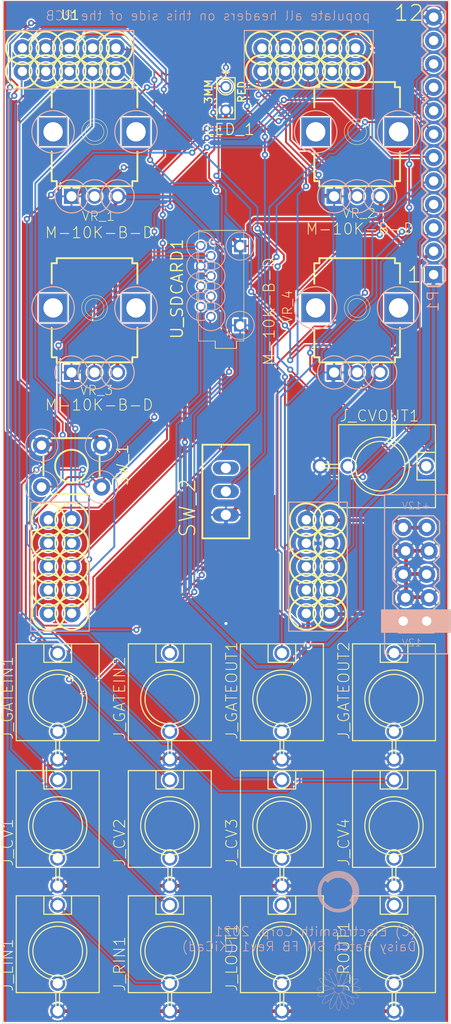
<source format=kicad_pcb>
(kicad_pcb (version 20171130) (host pcbnew 5.1.5+dfsg1-2build2)
  (layers (0 Top signal) (31 Bottom signal) (34 B.Paste user) (35 F.Paste user) (36 B.SilkS user) (37 F.SilkS user) (38 B.Mask user) (39 F.Mask user) (44 Edge.Cuts user))
  (net 0 "")
  (net 1 +12V)
  (net 2 -12V)
  (net 3 GND)
  (net 4 +5V)
  (net 5 +3V3)
  (net 6 /SIG_USB_DM)
  (net 7 /SIG_UART_TX)
  (net 8 /SIG_USB_DP)
  (net 9 /SIG_UART_RX)
  (net 10 /SIG_ROUT)
  (net 11 /SIG_GATE_IN_1)
  (net 12 /SIG_LOUT)
  (net 13 /SIG_GATE_IN_2)
  (net 14 /SIG_RIN)
  (net 15 /SIG_SW2)
  (net 16 /SIG_LIN)
  (net 17 /SIG_SW1)
  (net 18 /SIG_GATE_OUT_1)
  (net 19 /SIG_GATE_OUT_2)
  (net 20 /SIG_CVOUT2)
  (net 21 /SIG_CVOUT1)
  (net 22 /SIG_KNOB4)
  (net 23 /SIG_CV4)
  (net 24 /SIG_KNOB3)
  (net 25 /SIG_CV3)
  (net 26 /SIG_KNOB2)
  (net 27 /SIG_CV2)
  (net 28 /SIG_KNOB1)
  (net 29 /SIG_CV1)
  (net 30 /SD_CK)
  (net 31 /SD_D0)
  (net 32 /SD_CMD)
  (net 33 /SD_D1)
  (net 34 /SIG_SPI_MISO)
  (net 35 /SD_D2)
  (net 36 /SIG_SPI_MOSI)
  (net 37 /SD_D3)
  (net 38 /SIG_SPI_SCK)
  (net 39 /SIG_SPI_NSS)
  (net 40 "Net-(J_CV1-PadNORM)")
  (net 41 "Net-(J_CV2-PadNORM)")
  (net 42 "Net-(J_CV3-PadNORM)")
  (net 43 "Net-(J_CV4-PadNORM)")
  (net 44 "Net-(J_GATEIN1-PadNORM)")
  (net 45 "Net-(J_GATEIN2-PadNORM)")
  (net 46 "Net-(J_GATEOUT1-PadNORM)")
  (net 47 "Net-(J_GATEOUT2-PadNORM)")
  (net 48 "Net-(J_CVOUT1-PadNORM)")
  (net 49 "Net-(SW_2-Pad3)")
  (net 50 "Net-(P1-Pad11)")
  (net 51 "Net-(J_LIN1-PadNORM)")
  (net 52 "Net-(J_LOUT1-PadNORM)")
  (net 53 "Net-(J_ROUT1-PadNORM)")
  (module ES_Daisy_Patch_SM_FB_Rev1:VERT_MICROSD_CENTERED (layer Top) (at 148.5011 80.8554 90)
    (fp_text reference U_SDCARD1 (at 0.0554 -5.3011 90) (layer F.SilkS) (effects (font (size 1.27 1.27))))
    (fp_text value MICRO_SD_CARDCENTERED hide)
    (pad P$8 thru_hole circle (at 4.75 -2.72 90) (size 1.0556 1.0556) (drill 0.7) (layers *.Cu *.Mask) (net 33 /SD_D1))
    (pad P$7 thru_hole circle (at 3.65 -1.62 90) (size 1.0556 1.0556) (drill 0.7) (layers *.Cu *.Mask) (net 31 /SD_D0))
    (pad P$6 thru_hole circle (at 2.55 -2.72 90) (size 1.0556 1.0556) (drill 0.7) (layers *.Cu *.Mask) (net 3 GND))
    (pad P$5 thru_hole circle (at 1.45 -1.62 90) (size 1.0556 1.0556) (drill 0.7) (layers *.Cu *.Mask) (net 30 /SD_CK))
    (pad P$4 thru_hole circle (at 0.35 -2.72 90) (size 1.0556 1.0556) (drill 0.7) (layers *.Cu *.Mask) (net 5 +3V3))
    (pad P$3 thru_hole circle (at -0.75 -1.62 90) (size 1.0556 1.0556) (drill 0.7) (layers *.Cu *.Mask) (net 32 /SD_CMD))
    (pad P$2 thru_hole circle (at -1.85 -2.72 90) (size 1.0556 1.0556) (drill 0.7) (layers *.Cu *.Mask) (net 37 /SD_D3))
    (pad P$1 thru_hole circle (at -2.95 -1.62 90) (size 1.0556 1.0556) (drill 0.7) (layers *.Cu *.Mask) (net 35 /SD_D2))
    (pad GND2 thru_hole rect (at 4.7 1.55 90) (size 1.35 1.35) (drill 0.9) (layers *.Cu *.Mask) (net 3 GND))
    (pad GND1 thru_hole rect (at -3.9 1.55 90) (size 1.35 1.35) (drill 0.9) (layers *.Cu *.Mask) (net 3 GND))
  )
  (module Electrosmith-Boards:ES_DAISY_PATCH_SM_REV1 (layer Top) (at 144.5011 83.9336 90)
    (fp_text reference U1 (at 32.8336 -12.9011 180) (layer F.SilkS))
    (fp_text value ES_DAISY_PATCH_SM_REV1)
    (pad C1 thru_hole circle (at 29.27 -7.92 270) (size 1.905 1.905) (drill 1.016) (layers *.Cu *.Mask) (net 20 /SIG_CVOUT2))
    (pad C10 thru_hole circle (at 26.73 -7.92 270) (size 1.905 1.905) (drill 1.016) (layers *.Cu *.Mask) (net 21 /SIG_CVOUT1))
    (pad C2 thru_hole circle (at 29.27 -10.46 180) (size 1.905 1.905) (drill 1.016) (layers *.Cu *.Mask) (net 22 /SIG_KNOB4))
    (pad C3 thru_hole circle (at 29.27 -13 180) (size 1.905 1.905) (drill 1.016) (layers *.Cu *.Mask) (net 24 /SIG_KNOB3))
    (pad C8 thru_hole circle (at 26.73 -13 180) (size 1.905 1.905) (drill 1.016) (layers *.Cu *.Mask) (net 25 /SIG_CV3))
    (pad C4 thru_hole circle (at 29.27 -15.54 180) (size 1.905 1.905) (drill 1.016) (layers *.Cu *.Mask) (net 26 /SIG_KNOB2))
    (pad C7 thru_hole circle (at 26.73 -15.54 180) (size 1.905 1.905) (drill 1.016) (layers *.Cu *.Mask) (net 27 /SIG_CV2))
    (pad C9 thru_hole circle (at 26.73 -10.46 180) (size 1.905 1.905) (drill 1.016) (layers *.Cu *.Mask) (net 23 /SIG_CV4))
    (pad C6 thru_hole circle (at 26.73 -18.08 180) (size 1.905 1.905) (drill 1.016) (layers *.Cu *.Mask) (net 29 /SIG_CV1))
    (pad C5 thru_hole circle (at 29.27 -18.08 180) (size 1.905 1.905) (drill 1.016) (layers *.Cu *.Mask) (net 28 /SIG_KNOB1))
    (pad B2 thru_hole circle (at 29.27 15.54 180) (size 1.905 1.905) (drill 1.016) (layers *.Cu *.Mask) (net 12 /SIG_LOUT))
    (pad B9 thru_hole circle (at 26.73 15.54 180) (size 1.905 1.905) (drill 1.016) (layers *.Cu *.Mask) (net 13 /SIG_GATE_IN_2))
    (pad B6 thru_hole circle (at 26.73 7.92 180) (size 1.905 1.905) (drill 1.016) (layers *.Cu *.Mask) (net 19 /SIG_GATE_OUT_2))
    (pad B1 thru_hole circle (at 29.27 18.08 270) (size 1.905 1.905) (drill 1.016) (layers *.Cu *.Mask) (net 10 /SIG_ROUT))
    (pad B7 thru_hole circle (at 26.73 10.46 180) (size 1.905 1.905) (drill 1.016) (layers *.Cu *.Mask) (net 17 /SIG_SW1))
    (pad B4 thru_hole circle (at 29.27 10.46 180) (size 1.905 1.905) (drill 1.016) (layers *.Cu *.Mask) (net 16 /SIG_LIN))
    (pad B3 thru_hole circle (at 29.27 13 180) (size 1.905 1.905) (drill 1.016) (layers *.Cu *.Mask) (net 14 /SIG_RIN))
    (pad B5 thru_hole circle (at 29.27 7.92 180) (size 1.905 1.905) (drill 1.016) (layers *.Cu *.Mask) (net 18 /SIG_GATE_OUT_1))
    (pad B8 thru_hole circle (at 26.73 13 180) (size 1.905 1.905) (drill 1.016) (layers *.Cu *.Mask) (net 15 /SIG_SW2))
    (pad B10 thru_hole circle (at 26.73 18.08 270) (size 1.905 1.905) (drill 1.016) (layers *.Cu *.Mask) (net 11 /SIG_GATE_IN_1))
    (pad A2 thru_hole circle (at -29.54 15.27 90) (size 1.905 1.905) (drill 1.016) (layers *.Cu *.Mask) (net 9 /SIG_UART_RX))
    (pad A9 thru_hole circle (at -29.54 12.73 90) (size 1.905 1.905) (drill 1.016) (layers *.Cu *.Mask) (net 8 /SIG_USB_DP))
    (pad A6 thru_hole circle (at -21.92 12.73 90) (size 1.905 1.905) (drill 1.016) (layers *.Cu *.Mask) (net 4 +5V))
    (pad A1 thru_hole circle (at -32.08 15.27 180) (size 1.905 1.905) (drill 1.016) (layers *.Cu *.Mask) (net 2 -12V))
    (pad A7 thru_hole circle (at -24.46 12.73 90) (size 1.905 1.905) (drill 1.016) (layers *.Cu *.Mask) (net 3 GND))
    (pad A4 thru_hole circle (at -24.46 15.27 90) (size 1.905 1.905) (drill 1.016) (layers *.Cu *.Mask) (net 3 GND))
    (pad A3 thru_hole circle (at -27 15.27 90) (size 1.905 1.905) (drill 1.016) (layers *.Cu *.Mask) (net 7 /SIG_UART_TX))
    (pad A5 thru_hole circle (at -21.92 15.27 90) (size 1.905 1.905) (drill 1.016) (layers *.Cu *.Mask) (net 1 +12V))
    (pad A8 thru_hole circle (at -27 12.73 90) (size 1.905 1.905) (drill 1.016) (layers *.Cu *.Mask) (net 6 /SIG_USB_DM))
    (pad A10 thru_hole circle (at -32.08 12.73 180) (size 1.905 1.905) (drill 1.016) (layers *.Cu *.Mask) (net 5 +3V3))
    (pad D2 thru_hole circle (at -29.54 -12.73 90) (size 1.905 1.905) (drill 1.016) (layers *.Cu *.Mask) (net 37 /SD_D3))
    (pad D5 thru_hole circle (at -21.92 -12.73 90) (size 1.905 1.905) (drill 1.016) (layers *.Cu *.Mask) (net 31 /SD_D0))
    (pad D4 thru_hole circle (at -24.46 -12.73 90) (size 1.905 1.905) (drill 1.016) (layers *.Cu *.Mask) (net 33 /SD_D1))
    (pad D3 thru_hole circle (at -27 -12.73 90) (size 1.905 1.905) (drill 1.016) (layers *.Cu *.Mask) (net 35 /SD_D2))
    (pad D1 thru_hole circle (at -32.08 -12.73 180) (size 1.905 1.905) (drill 1.016) (layers *.Cu *.Mask) (net 39 /SIG_SPI_NSS))
    (pad D6 thru_hole circle (at -21.92 -15.27 90) (size 1.905 1.905) (drill 1.016) (layers *.Cu *.Mask) (net 30 /SD_CK))
    (pad D7 thru_hole circle (at -24.46 -15.27 90) (size 1.905 1.905) (drill 1.016) (layers *.Cu *.Mask) (net 32 /SD_CMD))
    (pad D8 thru_hole circle (at -27 -15.27 90) (size 1.905 1.905) (drill 1.016) (layers *.Cu *.Mask) (net 34 /SIG_SPI_MISO))
    (pad D9 thru_hole circle (at -29.54 -15.27 90) (size 1.905 1.905) (drill 1.016) (layers *.Cu *.Mask) (net 36 /SIG_SPI_MOSI))
    (pad D10 thru_hole circle (at -32.08 -15.27 180) (size 1.905 1.905) (drill 1.016) (layers *.Cu *.Mask) (net 38 /SIG_SPI_SCK))
  )
  (module ES_Daisy_Patch_SM_FB_Rev1:EURORACK_POWER_SHROUD_LOCK (layer Bottom) (at 169.1511 111.7636 270)
    (fp_text reference EP1 hide)
    (fp_text value EURORACK_POWERLOCK hide)
    (fp_text user -12V (at 6.985 0 180) (layer B.SilkS) (effects (font (size 0.77216 0.77216) (thickness 0.065024)) (justify top mirror)))
    (fp_text user +12V (at -6.985 0 180) (layer B.SilkS) (effects (font (size 0.77216 0.77216) (thickness 0.065024)) (justify bottom mirror)))
    (pad POS2 thru_hole circle (at -5.08 -1.143 270) (size 1.8796 1.8796) (drill 1.016) (layers *.Cu *.Mask) (net 1 +12V))
    (pad POS1 thru_hole circle (at -5.08 1.397 270) (size 1.8796 1.8796) (drill 1.016) (layers *.Cu *.Mask) (net 1 +12V))
    (pad NEG2 thru_hole circle (at 5.08 -1.143 270) (size 1.8796 1.8796) (drill 1.016) (layers *.Cu *.Mask) (net 2 -12V))
    (pad NEG1 thru_hole circle (at 5.08 1.397 270) (size 1.8796 1.8796) (drill 1.016) (layers *.Cu *.Mask) (net 2 -12V))
    (pad GND6 thru_hole circle (at 2.54 -1.397 270) (size 1.8796 1.8796) (drill 1.016) (layers *.Cu *.Mask) (net 3 GND))
    (pad GND5 thru_hole circle (at 2.54 1.143 270) (size 1.8796 1.8796) (drill 1.016) (layers *.Cu *.Mask) (net 3 GND))
    (pad GND4 thru_hole circle (at 0 -1.143 270) (size 1.8796 1.8796) (drill 1.016) (layers *.Cu *.Mask) (net 3 GND))
    (pad GND3 thru_hole circle (at 0 1.397 270) (size 1.8796 1.8796) (drill 1.016) (layers *.Cu *.Mask) (net 3 GND))
    (pad GND2 thru_hole circle (at -2.54 -1.397 270) (size 1.8796 1.8796) (drill 1.016) (layers *.Cu *.Mask) (net 3 GND))
    (pad GND1 thru_hole circle (at -2.54 1.143 270) (size 1.8796 1.8796) (drill 1.016) (layers *.Cu *.Mask) (net 3 GND))
  )
  (module ES_Daisy_Patch_SM_FB_Rev1:S_JACK (layer Top) (at 130.2511 139.0655)
    (fp_text reference J_CV1 (at -4.7498 4.4704 90) (layer F.SilkS) (effects (font (size 1.2065 1.2065) (thickness 0.09652)) (justify left bottom)))
    (fp_text value EURO_JACK hide)
    (pad GND thru_hole circle (at 0 6.5) (size 1.65 1.65) (drill 1.1) (layers *.Cu *.Mask) (net 3 GND))
    (pad NORM thru_hole circle (at 0 3.5) (size 1.65 1.65) (drill 1.1) (layers *.Cu *.Mask) (net 40 "Net-(J_CV1-PadNORM)"))
    (pad TIP thru_hole circle (at 0 -5) (size 1.65 1.65) (drill 1.1) (layers *.Cu *.Mask) (net 29 /SIG_CV1))
  )
  (module ES_Daisy_Patch_SM_FB_Rev1:S_JACK (layer Top) (at 142.4178 139.0655)
    (fp_text reference J_CV2 (at -4.7498 4.4704 90) (layer F.SilkS) (effects (font (size 1.2065 1.2065) (thickness 0.09652)) (justify left bottom)))
    (fp_text value EURO_JACK hide)
    (pad GND thru_hole circle (at 0 6.5) (size 1.65 1.65) (drill 1.1) (layers *.Cu *.Mask) (net 3 GND))
    (pad NORM thru_hole circle (at 0 3.5) (size 1.65 1.65) (drill 1.1) (layers *.Cu *.Mask) (net 41 "Net-(J_CV2-PadNORM)"))
    (pad TIP thru_hole circle (at 0 -5) (size 1.65 1.65) (drill 1.1) (layers *.Cu *.Mask) (net 27 /SIG_CV2))
  )
  (module ES_Daisy_Patch_SM_FB_Rev1:S_JACK (layer Top) (at 154.5844 139.0655)
    (fp_text reference J_CV3 (at -4.7498 4.4704 90) (layer F.SilkS) (effects (font (size 1.2065 1.2065) (thickness 0.09652)) (justify left bottom)))
    (fp_text value EURO_JACK hide)
    (pad GND thru_hole circle (at 0 6.5) (size 1.65 1.65) (drill 1.1) (layers *.Cu *.Mask) (net 3 GND))
    (pad NORM thru_hole circle (at 0 3.5) (size 1.65 1.65) (drill 1.1) (layers *.Cu *.Mask) (net 42 "Net-(J_CV3-PadNORM)"))
    (pad TIP thru_hole circle (at 0 -5) (size 1.65 1.65) (drill 1.1) (layers *.Cu *.Mask) (net 25 /SIG_CV3))
  )
  (module ES_Daisy_Patch_SM_FB_Rev1:S_JACK (layer Top) (at 166.7511 139.0655)
    (fp_text reference J_CV4 (at -4.7498 4.4704 90) (layer F.SilkS) (effects (font (size 1.2065 1.2065) (thickness 0.09652)) (justify left bottom)))
    (fp_text value EURO_JACK hide)
    (pad GND thru_hole circle (at 0 6.5) (size 1.65 1.65) (drill 1.1) (layers *.Cu *.Mask) (net 3 GND))
    (pad NORM thru_hole circle (at 0 3.5) (size 1.65 1.65) (drill 1.1) (layers *.Cu *.Mask) (net 43 "Net-(J_CV4-PadNORM)"))
    (pad TIP thru_hole circle (at 0 -5) (size 1.65 1.65) (drill 1.1) (layers *.Cu *.Mask) (net 23 /SIG_CV4))
  )
  (module ES_Daisy_Patch_SM_FB_Rev1:S_JACK (layer Top) (at 165.2511 100.0358 270)
    (fp_text reference J_CVOUT1 (at -4.7498 4.4704) (layer F.SilkS) (effects (font (size 1.2065 1.2065) (thickness 0.09652)) (justify left bottom)))
    (fp_text value EURO_JACK hide)
    (pad GND thru_hole circle (at 0 6.5 270) (size 1.65 1.65) (drill 1.1) (layers *.Cu *.Mask) (net 3 GND))
    (pad NORM thru_hole circle (at 0 3.5 270) (size 1.65 1.65) (drill 1.1) (layers *.Cu *.Mask) (net 48 "Net-(J_CVOUT1-PadNORM)"))
    (pad TIP thru_hole circle (at 0 -5 270) (size 1.65 1.65) (drill 1.1) (layers *.Cu *.Mask) (net 21 /SIG_CVOUT1))
  )
  (module ES_Daisy_Patch_SM_FB_Rev1:S_JACK (layer Top) (at 130.2511 125.3155)
    (fp_text reference J_GATEIN1 (at -4.7498 4.4704 90) (layer F.SilkS) (effects (font (size 1.2065 1.2065) (thickness 0.09652)) (justify left bottom)))
    (fp_text value EURO_JACK hide)
    (pad GND thru_hole circle (at 0 6.5) (size 1.65 1.65) (drill 1.1) (layers *.Cu *.Mask) (net 3 GND))
    (pad NORM thru_hole circle (at 0 3.5) (size 1.65 1.65) (drill 1.1) (layers *.Cu *.Mask) (net 44 "Net-(J_GATEIN1-PadNORM)"))
    (pad TIP thru_hole circle (at 0 -5) (size 1.65 1.65) (drill 1.1) (layers *.Cu *.Mask) (net 11 /SIG_GATE_IN_1))
  )
  (module ES_Daisy_Patch_SM_FB_Rev1:S_JACK (layer Top) (at 142.4178 125.3155)
    (fp_text reference J_GATEIN2 (at -4.7498 4.4704 90) (layer F.SilkS) (effects (font (size 1.2065 1.2065) (thickness 0.09652)) (justify left bottom)))
    (fp_text value EURO_JACK hide)
    (pad GND thru_hole circle (at 0 6.5) (size 1.65 1.65) (drill 1.1) (layers *.Cu *.Mask) (net 3 GND))
    (pad NORM thru_hole circle (at 0 3.5) (size 1.65 1.65) (drill 1.1) (layers *.Cu *.Mask) (net 45 "Net-(J_GATEIN2-PadNORM)"))
    (pad TIP thru_hole circle (at 0 -5) (size 1.65 1.65) (drill 1.1) (layers *.Cu *.Mask) (net 13 /SIG_GATE_IN_2))
  )
  (module ES_Daisy_Patch_SM_FB_Rev1:S_JACK (layer Top) (at 154.5844 125.3155)
    (fp_text reference J_GATEOUT1 (at -4.7498 4.4704 90) (layer F.SilkS) (effects (font (size 1.2065 1.2065) (thickness 0.09652)) (justify left bottom)))
    (fp_text value EURO_JACK hide)
    (pad GND thru_hole circle (at 0 6.5) (size 1.65 1.65) (drill 1.1) (layers *.Cu *.Mask) (net 3 GND))
    (pad NORM thru_hole circle (at 0 3.5) (size 1.65 1.65) (drill 1.1) (layers *.Cu *.Mask) (net 46 "Net-(J_GATEOUT1-PadNORM)"))
    (pad TIP thru_hole circle (at 0 -5) (size 1.65 1.65) (drill 1.1) (layers *.Cu *.Mask) (net 18 /SIG_GATE_OUT_1))
  )
  (module ES_Daisy_Patch_SM_FB_Rev1:S_JACK (layer Top) (at 166.7511 125.3155)
    (fp_text reference J_GATEOUT2 (at -4.7498 4.4704 90) (layer F.SilkS) (effects (font (size 1.2065 1.2065) (thickness 0.09652)) (justify left bottom)))
    (fp_text value EURO_JACK hide)
    (pad GND thru_hole circle (at 0 6.5) (size 1.65 1.65) (drill 1.1) (layers *.Cu *.Mask) (net 3 GND))
    (pad NORM thru_hole circle (at 0 3.5) (size 1.65 1.65) (drill 1.1) (layers *.Cu *.Mask) (net 47 "Net-(J_GATEOUT2-PadNORM)"))
    (pad TIP thru_hole circle (at 0 -5) (size 1.65 1.65) (drill 1.1) (layers *.Cu *.Mask) (net 19 /SIG_GATE_OUT_2))
  )
  (module ES_Daisy_Patch_SM_FB_Rev1:S_JACK (layer Top) (at 130.2511 152.6536)
    (fp_text reference J_LIN1 (at -4.7498 4.4704 90) (layer F.SilkS) (effects (font (size 1.2065 1.2065) (thickness 0.09652)) (justify left bottom)))
    (fp_text value EURO_JACK hide)
    (pad GND thru_hole circle (at 0 6.5) (size 1.65 1.65) (drill 1.1) (layers *.Cu *.Mask) (net 3 GND))
    (pad NORM thru_hole circle (at 0 3.5) (size 1.65 1.65) (drill 1.1) (layers *.Cu *.Mask) (net 51 "Net-(J_LIN1-PadNORM)"))
    (pad TIP thru_hole circle (at 0 -5) (size 1.65 1.65) (drill 1.1) (layers *.Cu *.Mask) (net 16 /SIG_LIN))
  )
  (module ES_Daisy_Patch_SM_FB_Rev1:S_JACK (layer Top) (at 154.5844 152.6536)
    (fp_text reference J_LOUT1 (at -4.7498 4.4704 90) (layer F.SilkS) (effects (font (size 1.2065 1.2065) (thickness 0.09652)) (justify left bottom)))
    (fp_text value EURO_JACK hide)
    (pad GND thru_hole circle (at 0 6.5) (size 1.65 1.65) (drill 1.1) (layers *.Cu *.Mask) (net 3 GND))
    (pad NORM thru_hole circle (at 0 3.5) (size 1.65 1.65) (drill 1.1) (layers *.Cu *.Mask) (net 52 "Net-(J_LOUT1-PadNORM)"))
    (pad TIP thru_hole circle (at 0 -5) (size 1.65 1.65) (drill 1.1) (layers *.Cu *.Mask) (net 12 /SIG_LOUT))
  )
  (module ES_Daisy_Patch_SM_FB_Rev1:S_JACK (layer Top) (at 142.4178 152.6536)
    (fp_text reference J_RIN1 (at -4.7498 4.4704 90) (layer F.SilkS) (effects (font (size 1.2065 1.2065) (thickness 0.09652)) (justify left bottom)))
    (fp_text value EURO_JACK hide)
    (pad GND thru_hole circle (at 0 6.5) (size 1.65 1.65) (drill 1.1) (layers *.Cu *.Mask) (net 3 GND))
    (pad NORM thru_hole circle (at 0 3.5) (size 1.65 1.65) (drill 1.1) (layers *.Cu *.Mask) (net 16 /SIG_LIN))
    (pad TIP thru_hole circle (at 0 -5) (size 1.65 1.65) (drill 1.1) (layers *.Cu *.Mask) (net 14 /SIG_RIN))
  )
  (module ES_Daisy_Patch_SM_FB_Rev1:S_JACK (layer Top) (at 166.7511 152.6536)
    (fp_text reference J_ROUT1 (at -4.7498 4.4704 90) (layer F.SilkS) (effects (font (size 1.2065 1.2065) (thickness 0.09652)) (justify left bottom)))
    (fp_text value EURO_JACK hide)
    (pad GND thru_hole circle (at 0 6.5) (size 1.65 1.65) (drill 1.1) (layers *.Cu *.Mask) (net 3 GND))
    (pad NORM thru_hole circle (at 0 3.5) (size 1.65 1.65) (drill 1.1) (layers *.Cu *.Mask) (net 53 "Net-(J_ROUT1-PadNORM)"))
    (pad TIP thru_hole circle (at 0 -5) (size 1.65 1.65) (drill 1.1) (layers *.Cu *.Mask) (net 10 /SIG_ROUT))
  )
  (module ES_Daisy_Patch_SM_FB_Rev1:9MM_SNAP-IN_POT_SILK (layer Top) (at 134.2511 63.7556)
    (fp_text reference VR_1 (at -1.4511 9.7444) (layer F.SilkS) (effects (font (size 1.01346 1.01346) (thickness 0.081076)) (justify left bottom)))
    (fp_text value M-10K-B-D (at -5.4511 11.6444) (layer F.SilkS) (effects (font (size 1.2065 1.2065) (thickness 0.09652)) (justify left bottom)))
    (pad CHASSIS1 thru_hole rect (at -4.5 0 270) (size 3.116 3.116) (drill 2.1) (layers *.Cu *.Mask))
    (pad CHASSIS2 thru_hole rect (at 4.5 0 270) (size 3.116 3.116) (drill 2.1) (layers *.Cu *.Mask))
    (pad 3 thru_hole circle (at 2.5 7 270) (size 1.65 1.65) (drill 1.1) (layers *.Cu *.Mask) (net 4 +5V))
    (pad 2 thru_hole circle (at 0 7 270) (size 1.65 1.65) (drill 1.1) (layers *.Cu *.Mask) (net 28 /SIG_KNOB1))
    (pad 1 thru_hole rect (at -2.5 7 270) (size 1.65 1.65) (drill 1.1) (layers *.Cu *.Mask) (net 3 GND))
  )
  (module ES_Daisy_Patch_SM_FB_Rev1:9MM_SNAP-IN_POT_SILK (layer Top) (at 162.7511 63.7556)
    (fp_text reference VR_2 (at -1.6511 9.4444) (layer F.SilkS) (effects (font (size 1.01346 1.01346) (thickness 0.081076)) (justify left bottom)))
    (fp_text value M-10K-B-D (at -5.6511 11.2444) (layer F.SilkS) (effects (font (size 1.2065 1.2065) (thickness 0.09652)) (justify left bottom)))
    (pad CHASSIS1 thru_hole rect (at -4.5 0 270) (size 3.116 3.116) (drill 2.1) (layers *.Cu *.Mask))
    (pad CHASSIS2 thru_hole rect (at 4.5 0 270) (size 3.116 3.116) (drill 2.1) (layers *.Cu *.Mask))
    (pad 3 thru_hole circle (at 2.5 7 270) (size 1.65 1.65) (drill 1.1) (layers *.Cu *.Mask) (net 4 +5V))
    (pad 2 thru_hole circle (at 0 7 270) (size 1.65 1.65) (drill 1.1) (layers *.Cu *.Mask) (net 26 /SIG_KNOB2))
    (pad 1 thru_hole rect (at -2.5 7 270) (size 1.65 1.65) (drill 1.1) (layers *.Cu *.Mask) (net 3 GND))
  )
  (module ES_Daisy_Patch_SM_FB_Rev1:9MM_SNAP-IN_POT_SILK (layer Top) (at 134.2511 82.8648)
    (fp_text reference VR_3 (at -1.6511 9.5352) (layer F.SilkS) (effects (font (size 1.01346 1.01346) (thickness 0.081076)) (justify left bottom)))
    (fp_text value M-10K-B-D (at -5.4511 11.2352) (layer F.SilkS) (effects (font (size 1.2065 1.2065) (thickness 0.09652)) (justify left bottom)))
    (pad CHASSIS1 thru_hole rect (at -4.5 0 270) (size 3.116 3.116) (drill 2.1) (layers *.Cu *.Mask))
    (pad CHASSIS2 thru_hole rect (at 4.5 0 270) (size 3.116 3.116) (drill 2.1) (layers *.Cu *.Mask))
    (pad 3 thru_hole circle (at 2.5 7 270) (size 1.65 1.65) (drill 1.1) (layers *.Cu *.Mask) (net 4 +5V))
    (pad 2 thru_hole circle (at 0 7 270) (size 1.65 1.65) (drill 1.1) (layers *.Cu *.Mask) (net 24 /SIG_KNOB3))
    (pad 1 thru_hole rect (at -2.5 7 270) (size 1.65 1.65) (drill 1.1) (layers *.Cu *.Mask) (net 3 GND))
  )
  (module ES_Daisy_Patch_SM_FB_Rev1:9MM_SNAP-IN_POT_SILK (layer Top) (at 162.7511 82.8648)
    (fp_text reference VR_4 (at -6.9511 1.7352 90) (layer F.SilkS) (effects (font (size 1.01346 1.01346) (thickness 0.081076)) (justify left bottom)))
    (fp_text value M-10K-B-D (at -8.8511 6.3352 90) (layer F.SilkS) (effects (font (size 1.2065 1.2065) (thickness 0.09652)) (justify left bottom)))
    (pad CHASSIS1 thru_hole rect (at -4.5 0 270) (size 3.116 3.116) (drill 2.1) (layers *.Cu *.Mask))
    (pad CHASSIS2 thru_hole rect (at 4.5 0 270) (size 3.116 3.116) (drill 2.1) (layers *.Cu *.Mask))
    (pad 3 thru_hole circle (at 2.5 7 270) (size 1.65 1.65) (drill 1.1) (layers *.Cu *.Mask) (net 4 +5V))
    (pad 2 thru_hole circle (at 0 7 270) (size 1.65 1.65) (drill 1.1) (layers *.Cu *.Mask) (net 22 /SIG_KNOB4))
    (pad 1 thru_hole rect (at -2.5 7 270) (size 1.65 1.65) (drill 1.1) (layers *.Cu *.Mask) (net 3 GND))
  )
  (module ES_Daisy_Patch_SM_FB_Rev1:LED (layer Top) (at 148.5011 60.1275 270)
    (fp_text reference LED_1 (at 4.0725 2.3011) (layer F.SilkS) (effects (font (size 1.2065 1.2065) (thickness 0.12065)) (justify left bottom)))
    (fp_text value LED)
    (fp_text user 3MM (at 0.6725 1.4011 270) (layer F.SilkS) (effects (font (size 0.8128 0.8128) (thickness 0.1524)) (justify left bottom)))
    (fp_text user RED (at 0.5725 -2.1989 270) (layer F.SilkS) (effects (font (size 0.8128 0.8128) (thickness 0.1524)) (justify left bottom)))
    (pad K thru_hole circle (at 1.27 0 270) (size 1.2192 1.2192) (drill 0.8128) (layers *.Cu *.Mask) (net 3 GND))
    (pad A thru_hole circle (at -1.27 0 270) (size 1.2192 1.2192) (drill 0.8128) (layers *.Cu *.Mask) (net 20 /SIG_CVOUT2))
  )
  (module ES_Daisy_Patch_SM_FB_Rev1:TL1105SPF250Q_SILK (layer Top) (at 131.7511 100.0358 180)
    (fp_text reference SW_1 (at -6.2489 -2.2642 90) (layer F.SilkS) (effects (font (size 1.2065 1.2065) (thickness 0.12065)) (justify left bottom)))
    (fp_text value minibutton hide)
    (pad 4 thru_hole circle (at 3.2512 2.2606 180) (size 1.8796 1.8796) (drill 1.016) (layers *.Cu *.Mask) (net 3 GND))
    (pad 3 thru_hole circle (at -3.2512 2.2606 180) (size 1.8796 1.8796) (drill 1.016) (layers *.Cu *.Mask) (net 3 GND))
    (pad 2 thru_hole circle (at 3.2512 -2.2606 180) (size 1.8796 1.8796) (drill 1.016) (layers *.Cu *.Mask) (net 17 /SIG_SW1))
    (pad 1 thru_hole circle (at -3.2512 -2.2606 180) (size 1.8796 1.8796) (drill 1.016) (layers *.Cu *.Mask) (net 17 /SIG_SW1))
  )
  (module ES_Daisy_Patch_SM_FB_Rev1:TOGGLE_ON-ON (layer Top) (at 148.5011 102.7858 90)
    (fp_text reference SW_2 (at -5.08 -3.175 90) (layer F.SilkS) (effects (font (size 1.6891 1.6891) (thickness 0.135128)) (justify left bottom)))
    (fp_text value TOGGLE_ON-ON)
    (pad 3 thru_hole oval (at 2.54 0 180) (size 2.8448 1.4224) (drill 1.1) (layers *.Cu *.Mask) (net 49 "Net-(SW_2-Pad3)"))
    (pad 2 thru_hole oval (at 0 0 180) (size 2.8448 1.4224) (drill 1.1) (layers *.Cu *.Mask) (net 15 /SIG_SW2))
    (pad 1 thru_hole oval (at -2.54 0 180) (size 2.8448 1.4224) (drill 1.1) (layers *.Cu *.Mask) (net 3 GND))
  )
  (module ES_Daisy_Patch_SM_FB_Rev1:1X12 (layer Bottom) (at 171.0511 79.2536 90)
    (fp_text reference P1 (at -4.1464 0.6489 270) (layer B.SilkS) (effects (font (size 1.2065 1.2065) (thickness 0.12065)) (justify right bottom mirror)))
    (fp_text value M12)
    (pad 12 thru_hole circle (at 27.94 0) (size 1.8796 1.8796) (drill 1.016) (layers *.Cu *.Mask) (net 3 GND))
    (pad 11 thru_hole circle (at 25.4 0) (size 1.8796 1.8796) (drill 1.016) (layers *.Cu *.Mask) (net 50 "Net-(P1-Pad11)"))
    (pad 10 thru_hole circle (at 22.86 0) (size 1.8796 1.8796) (drill 1.016) (layers *.Cu *.Mask) (net 7 /SIG_UART_TX))
    (pad 9 thru_hole circle (at 20.32 0) (size 1.8796 1.8796) (drill 1.016) (layers *.Cu *.Mask) (net 9 /SIG_UART_RX))
    (pad 8 thru_hole circle (at 17.78 0) (size 1.8796 1.8796) (drill 1.016) (layers *.Cu *.Mask) (net 39 /SIG_SPI_NSS))
    (pad 7 thru_hole circle (at 15.24 0) (size 1.8796 1.8796) (drill 1.016) (layers *.Cu *.Mask) (net 38 /SIG_SPI_SCK))
    (pad 6 thru_hole circle (at 12.7 0) (size 1.8796 1.8796) (drill 1.016) (layers *.Cu *.Mask) (net 34 /SIG_SPI_MISO))
    (pad 5 thru_hole circle (at 10.16 0) (size 1.8796 1.8796) (drill 1.016) (layers *.Cu *.Mask) (net 36 /SIG_SPI_MOSI))
    (pad 4 thru_hole circle (at 7.62 0) (size 1.8796 1.8796) (drill 1.016) (layers *.Cu *.Mask) (net 6 /SIG_USB_DM))
    (pad 3 thru_hole circle (at 5.08 0) (size 1.8796 1.8796) (drill 1.016) (layers *.Cu *.Mask) (net 8 /SIG_USB_DP))
    (pad 2 thru_hole circle (at 2.54 0) (size 1.8796 1.8796) (drill 1.016) (layers *.Cu *.Mask) (net 4 +5V))
    (pad 1 thru_hole rect (at 0 0) (size 1.8796 1.8796) (drill 1.016) (layers *.Cu *.Mask) (net 5 +3V3))
  )
  (module ES_Daisy_Patch_SM_FB_Rev1:ES_DAISY_LOGO_1 (layer Bottom) (at 160.7511 156.7536 180)
    (fp_text reference U$2 hide)
    (fp_text value DAISYLOGO hide)
  )
  (module ES_Daisy_Patch_SM_FB_Rev1:ES_CIRCLE_4.5MM (layer Bottom) (at 160.7511 146.2536 180)
    (fp_text reference LOGO1 hide)
    (fp_text value ELECTROSMITH_CIRCLE_4.5MM hide)
  )
  (gr_line (start 124.2511 160.5036) (end 172.7511 160.5036) (layer Edge.Cuts) (width 0.05))
  (gr_line (start 124.2511 49.5036) (end 172.7511 49.5036) (layer Edge.Cuts) (width 0.05))
  (gr_line (start 124.2511 160.5036) (end 124.2511 49.5036) (layer Edge.Cuts) (width 0.05))
  (gr_line (start 172.7511 160.5036) (end 172.7511 49.5036) (layer Edge.Cuts) (width 0.05))
  (gr_text 1 (at 168.0511 80.2536) (layer F.SilkS) (effects (font (size 1.6891 1.6891) (thickness 0.14224)) (justify left bottom)))
  (gr_text 12 (at 166.6511 51.8536) (layer F.SilkS) (effects (font (size 1.6891 1.6891) (thickness 0.14224)) (justify left bottom)))
  (gr_text "(C) Electrosmith Corp. 2021\nDaisy Patch SM FB Rev1 (KiCad)" (at 169.2511 152.7536) (layer B.SilkS) (effects (font (size 1.01346 1.01346) (thickness 0.085344)) (justify left bottom mirror)))
  (gr_text "populate all headers on this side of the PCB" (at 164.2511 51.7536) (layer B.SilkS) (effects (font (size 1.01346 1.01346) (thickness 0.085344)) (justify left bottom mirror)))
  (segment (start 170.2284 106.7047) (end 167.8281 106.7047) (width 0.4064) (layer Top) (net 1))
  (segment (start 167.8281 106.7047) (end 167.7541 106.6836) (width 0.4064) (layer Top) (net 1))
  (segment (start 170.2284 106.7047) (end 170.2941 106.6836) (width 0.4064) (layer Top) (net 1))
  (segment (start 166.9137 105.9046) (end 159.9414 105.9046) (width 0.4064) (layer Top) (net 1))
  (segment (start 167.5995 106.5904) (end 166.9137 105.9046) (width 0.4064) (layer Top) (net 1))
  (segment (start 159.9414 105.9046) (end 159.8981 105.8536) (width 0.4064) (layer Top) (net 1))
  (segment (start 167.5995 106.5904) (end 167.7541 106.6836) (width 0.4064) (layer Top) (net 1))
  (segment (start 170.2284 116.7631) (end 167.8281 116.7631) (width 0.4064) (layer Top) (net 2))
  (segment (start 167.8281 116.7631) (end 167.7541 116.8436) (width 0.4064) (layer Top) (net 2))
  (segment (start 170.2284 116.7631) (end 170.2941 116.8436) (width 0.4064) (layer Top) (net 2))
  (segment (start 166.9137 116.0773) (end 159.9414 116.0773) (width 0.4064) (layer Top) (net 2))
  (segment (start 167.5995 116.7631) (end 166.9137 116.0773) (width 0.4064) (layer Top) (net 2))
  (segment (start 159.9414 116.0773) (end 159.8981 116.0136) (width 0.4064) (layer Top) (net 2))
  (segment (start 167.5995 116.7631) (end 167.7541 116.8436) (width 0.4064) (layer Top) (net 2))
  (segment (start 131.8236 94.246) (end 131.8236 89.9026) (width 0.4064) (layer Top) (net 3))
  (segment (start 134.9097 97.3321) (end 133.5381 95.9605) (width 0.4064) (layer Top) (net 3))
  (segment (start 133.5381 95.9605) (end 131.8236 94.246) (width 0.4064) (layer Top) (net 3))
  (segment (start 134.9097 97.675) (end 134.9097 97.3321) (width 0.4064) (layer Top) (net 3))
  (segment (start 131.8236 89.9026) (end 131.7511 89.8648) (width 0.4064) (layer Top) (net 3))
  (segment (start 134.9097 97.675) (end 135.0023 97.7752) (width 0.4064) (layer Top) (net 3))
  (segment (start 131.8236 97.675) (end 128.5089 97.675) (width 0.4064) (layer Top) (net 3))
  (segment (start 133.5381 95.9605) (end 131.8236 97.675) (width 0.4064) (layer Top) (net 3))
  (segment (start 128.5089 97.675) (end 128.4999 97.7752) (width 0.4064) (layer Top) (net 3))
  (segment (start 145.7682 77.7868) (end 145.7682 78.244) (width 0.4064) (layer Top) (net 3))
  (segment (start 144.6252 76.6438) (end 145.7682 77.7868) (width 0.4064) (layer Top) (net 3))
  (segment (start 144.6252 75.6151) (end 144.6252 76.6438) (width 0.4064) (layer Top) (net 3))
  (segment (start 145.5396 74.7007) (end 144.6252 75.6151) (width 0.4064) (layer Top) (net 3))
  (segment (start 148.6257 74.7007) (end 148.5114 74.7007) (width 0.4064) (layer Top) (net 3))
  (segment (start 148.5114 74.7007) (end 145.5396 74.7007) (width 0.4064) (layer Top) (net 3))
  (segment (start 149.9973 76.0723) (end 148.6257 74.7007) (width 0.4064) (layer Top) (net 3))
  (segment (start 145.7682 78.244) (end 145.7811 78.3054) (width 0.4064) (layer Top) (net 3))
  (segment (start 149.9973 76.0723) (end 150.0511 76.1554) (width 0.4064) (layer Top) (net 3))
  (segment (start 148.5114 74.7007) (end 148.5114 70.7002) (width 0.4064) (layer Top) (net 3))
  (segment (start 148.5114 70.7002) (end 148.5114 61.4419) (width 0.4064) (layer Top) (net 3))
  (segment (start 148.5114 61.4419) (end 148.5011 61.3975) (width 0.4064) (layer Top) (net 3))
  (segment (start 150.1116 76.1866) (end 150.1116 84.6448) (width 0.4064) (layer Bottom) (net 3))
  (segment (start 150.1116 84.6448) (end 150.0511 84.7554) (width 0.4064) (layer Bottom) (net 3))
  (segment (start 150.1116 76.1866) (end 150.0511 76.1554) (width 0.4064) (layer Bottom) (net 3))
  (segment (start 148.9686 105.2188) (end 148.5114 105.2188) (width 0.4064) (layer Top) (net 3))
  (segment (start 150.7974 103.39) (end 148.9686 105.2188) (width 0.4064) (layer Top) (net 3))
  (segment (start 150.7974 85.4449) (end 150.7974 103.39) (width 0.4064) (layer Top) (net 3))
  (segment (start 150.1116 84.7591) (end 150.7974 85.4449) (width 0.4064) (layer Top) (net 3))
  (segment (start 148.5114 105.2188) (end 148.5011 105.3258) (width 0.4064) (layer Top) (net 3))
  (segment (start 150.1116 84.7591) (end 150.0511 84.7554) (width 0.4064) (layer Top) (net 3))
  (segment (start 132.1665 70.7002) (end 131.8236 70.7002) (width 0.4064) (layer Top) (net 3))
  (segment (start 133.6524 69.2143) (end 132.1665 70.7002) (width 0.4064) (layer Top) (net 3))
  (segment (start 137.31 69.2143) (end 133.6524 69.2143) (width 0.4064) (layer Top) (net 3))
  (segment (start 140.6247 72.529) (end 137.31 69.2143) (width 0.4064) (layer Top) (net 3))
  (segment (start 140.6247 73.1005) (end 140.6247 72.529) (width 0.4064) (layer Top) (net 3))
  (segment (start 143.025 75.5008) (end 140.6247 73.1005) (width 0.4064) (layer Top) (net 3))
  (segment (start 144.5109 75.5008) (end 143.025 75.5008) (width 0.4064) (layer Top) (net 3))
  (segment (start 131.8236 70.7002) (end 131.7511 70.7556) (width 0.4064) (layer Top) (net 3))
  (segment (start 144.5109 75.5008) (end 144.6252 75.6151) (width 0.4064) (layer Top) (net 3))
  (segment (start 148.5114 70.7002) (end 160.17 70.7002) (width 0.4064) (layer Top) (net 3))
  (segment (start 160.17 70.7002) (end 160.2511 70.7556) (width 0.4064) (layer Top) (net 3))
  (segment (start 149.7687 55.1554) (end 153.5406 51.3835) (width 0.4064) (layer Bottom) (net 3))
  (segment (start 149.7687 60.0703) (end 149.7687 55.1554) (width 0.4064) (layer Bottom) (net 3))
  (segment (start 148.5114 61.3276) (end 149.7687 60.0703) (width 0.4064) (layer Bottom) (net 3))
  (segment (start 148.5114 61.3276) (end 148.5011 61.3975) (width 0.4064) (layer Bottom) (net 3))
  (segment (start 132.2808 89.7883) (end 131.8236 89.7883) (width 0.4064) (layer Bottom) (net 3))
  (segment (start 136.9671 85.102) (end 132.2808 89.7883) (width 0.4064) (layer Bottom) (net 3))
  (segment (start 140.5104 85.102) (end 136.9671 85.102) (width 0.4064) (layer Bottom) (net 3))
  (segment (start 144.6252 80.9872) (end 140.5104 85.102) (width 0.4064) (layer Bottom) (net 3))
  (segment (start 144.6252 79.5013) (end 144.6252 80.9872) (width 0.4064) (layer Bottom) (net 3))
  (segment (start 145.7682 78.3583) (end 144.6252 79.5013) (width 0.4064) (layer Bottom) (net 3))
  (segment (start 131.8236 89.7883) (end 131.7511 89.8648) (width 0.4064) (layer Bottom) (net 3))
  (segment (start 145.7682 78.3583) (end 145.7811 78.3054) (width 0.4064) (layer Bottom) (net 3))
  (segment (start 170.2284 111.7339) (end 167.8281 111.7339) (width 0.4064) (layer Top) (net 3))
  (segment (start 167.8281 111.7339) (end 167.7541 111.7636) (width 0.4064) (layer Top) (net 3))
  (segment (start 170.2284 111.7339) (end 170.2941 111.7636) (width 0.4064) (layer Top) (net 3))
  (segment (start 168.0567 111.8482) (end 168.0567 114.2485) (width 0.4064) (layer Top) (net 3))
  (segment (start 168.0567 114.2485) (end 168.0081 114.3036) (width 0.4064) (layer Top) (net 3))
  (segment (start 168.0567 111.8482) (end 167.7541 111.7636) (width 0.4064) (layer Top) (net 3))
  (segment (start 168.0567 111.6196) (end 168.0567 109.3336) (width 0.4064) (layer Top) (net 3))
  (segment (start 168.0567 109.3336) (end 168.0081 109.2236) (width 0.4064) (layer Top) (net 3))
  (segment (start 168.0567 111.6196) (end 167.7541 111.7636) (width 0.4064) (layer Top) (net 3))
  (segment (start 168.171 114.2485) (end 170.457 114.2485) (width 0.4064) (layer Top) (net 3))
  (segment (start 170.457 114.2485) (end 170.5481 114.3036) (width 0.4064) (layer Top) (net 3))
  (segment (start 168.171 114.2485) (end 168.0081 114.3036) (width 0.4064) (layer Top) (net 3))
  (segment (start 168.171 109.2193) (end 170.457 109.2193) (width 0.4064) (layer Top) (net 3))
  (segment (start 170.457 109.2193) (end 170.5481 109.2236) (width 0.4064) (layer Top) (net 3))
  (segment (start 168.171 109.2193) (end 168.0081 109.2236) (width 0.4064) (layer Top) (net 3))
  (segment (start 158.6841 102.247) (end 158.6841 100.0753) (width 0.4064) (layer Bottom) (net 3))
  (segment (start 155.7123 105.2188) (end 158.6841 102.247) (width 0.4064) (layer Bottom) (net 3))
  (segment (start 155.7123 106.9333) (end 155.7123 105.2188) (width 0.4064) (layer Bottom) (net 3))
  (segment (start 157.0839 108.3049) (end 155.7123 106.9333) (width 0.4064) (layer Bottom) (net 3))
  (segment (start 158.6841 100.0753) (end 158.7511 100.0358) (width 0.4064) (layer Bottom) (net 3))
  (segment (start 157.0839 108.3049) (end 157.1041 108.3936) (width 0.4064) (layer Bottom) (net 3))
  (segment (start 160.17 93.6745) (end 160.17 89.9026) (width 0.4064) (layer Bottom) (net 3))
  (segment (start 158.7984 95.0461) (end 160.17 93.6745) (width 0.4064) (layer Bottom) (net 3))
  (segment (start 158.7984 99.8467) (end 158.7984 95.0461) (width 0.4064) (layer Bottom) (net 3))
  (segment (start 160.17 89.9026) (end 160.2511 89.8648) (width 0.4064) (layer Bottom) (net 3))
  (segment (start 158.7984 99.8467) (end 158.7511 100.0358) (width 0.4064) (layer Bottom) (net 3))
  (segment (start 157.3125 108.4192) (end 159.5985 108.4192) (width 0.4064) (layer Bottom) (net 3))
  (segment (start 159.5985 108.4192) (end 159.6441 108.3936) (width 0.4064) (layer Bottom) (net 3))
  (segment (start 157.3125 108.4192) (end 157.1041 108.3936) (width 0.4064) (layer Bottom) (net 3))
  (segment (start 160.5129 109.2193) (end 167.8281 109.2193) (width 0.4064) (layer Top) (net 3))
  (segment (start 159.7128 108.4192) (end 160.5129 109.2193) (width 0.4064) (layer Top) (net 3))
  (segment (start 167.8281 109.2193) (end 168.0081 109.2236) (width 0.4064) (layer Top) (net 3))
  (segment (start 159.7128 108.4192) (end 159.6441 108.3936) (width 0.4064) (layer Top) (net 3))
  (segment (start 142.3392 131.7364) (end 136.3956 131.7364) (width 0.4064) (layer Top) (net 3))
  (segment (start 136.3956 131.7364) (end 130.3377 131.7364) (width 0.4064) (layer Top) (net 3))
  (segment (start 130.3377 131.7364) (end 130.2511 131.8155) (width 0.4064) (layer Top) (net 3))
  (segment (start 142.3392 131.7364) (end 142.4178 131.8155) (width 0.4064) (layer Top) (net 3))
  (segment (start 142.5678 131.7364) (end 148.5114 131.7364) (width 0.4064) (layer Top) (net 3))
  (segment (start 148.5114 131.7364) (end 154.5693 131.7364) (width 0.4064) (layer Top) (net 3))
  (segment (start 154.5693 131.7364) (end 154.5844 131.8155) (width 0.4064) (layer Top) (net 3))
  (segment (start 142.5678 131.7364) (end 142.4178 131.8155) (width 0.4064) (layer Top) (net 3))
  (segment (start 154.6836 131.7364) (end 165.3135 131.7364) (width 0.4064) (layer Bottom) (net 3))
  (segment (start 165.3135 131.7364) (end 166.6851 131.7364) (width 0.4064) (layer Bottom) (net 3))
  (segment (start 166.6851 131.7364) (end 166.7511 131.8155) (width 0.4064) (layer Bottom) (net 3))
  (segment (start 154.6836 131.7364) (end 154.5844 131.8155) (width 0.4064) (layer Bottom) (net 3))
  (segment (start 142.3392 159.1684) (end 136.3956 159.1684) (width 0.4064) (layer Top) (net 3))
  (segment (start 136.3956 159.1684) (end 130.3377 159.1684) (width 0.4064) (layer Top) (net 3))
  (segment (start 130.3377 159.1684) (end 130.2511 159.1536) (width 0.4064) (layer Top) (net 3))
  (segment (start 142.3392 159.1684) (end 142.4178 159.1536) (width 0.4064) (layer Top) (net 3))
  (segment (start 142.5678 159.1684) (end 154.5693 159.1684) (width 0.4064) (layer Top) (net 3))
  (segment (start 154.5693 159.1684) (end 154.5844 159.1536) (width 0.4064) (layer Top) (net 3))
  (segment (start 142.5678 159.1684) (end 142.4178 159.1536) (width 0.4064) (layer Top) (net 3))
  (segment (start 154.6836 159.1684) (end 166.6851 159.1684) (width 0.4064) (layer Top) (net 3))
  (segment (start 166.6851 159.1684) (end 166.7511 159.1536) (width 0.4064) (layer Top) (net 3))
  (segment (start 154.6836 159.1684) (end 154.5844 159.1536) (width 0.4064) (layer Top) (net 3))
  (segment (start 142.3392 145.5667) (end 136.3956 145.5667) (width 0.4064) (layer Top) (net 3))
  (segment (start 136.3956 145.5667) (end 130.3377 145.5667) (width 0.4064) (layer Top) (net 3))
  (segment (start 130.3377 145.5667) (end 130.2511 145.5655) (width 0.4064) (layer Top) (net 3))
  (segment (start 142.3392 145.5667) (end 142.4178 145.5655) (width 0.4064) (layer Top) (net 3))
  (segment (start 142.5678 145.5667) (end 154.5693 145.5667) (width 0.4064) (layer Top) (net 3))
  (segment (start 154.5693 145.5667) (end 154.5844 145.5655) (width 0.4064) (layer Top) (net 3))
  (segment (start 142.5678 145.5667) (end 142.4178 145.5655) (width 0.4064) (layer Top) (net 3))
  (segment (start 154.6836 145.5667) (end 166.6851 145.5667) (width 0.4064) (layer Bottom) (net 3))
  (segment (start 166.6851 145.5667) (end 166.7511 145.5655) (width 0.4064) (layer Bottom) (net 3))
  (segment (start 154.6836 145.5667) (end 154.5844 145.5655) (width 0.4064) (layer Bottom) (net 3))
  (segment (start 136.3956 145.5667) (end 136.3956 159.1684) (width 0.4064) (layer Top) (net 3))
  (segment (start 136.3956 145.5667) (end 136.3956 131.7364) (width 0.4064) (layer Top) (net 3))
  (segment (start 165.3135 116.9917) (end 167.9424 114.3628) (width 0.4064) (layer Bottom) (net 3))
  (segment (start 165.3135 131.7364) (end 165.3135 116.9917) (width 0.4064) (layer Bottom) (net 3))
  (segment (start 167.9424 114.3628) (end 168.0081 114.3036) (width 0.4064) (layer Bottom) (net 3))
  (segment (start 148.5114 117.106) (end 148.5114 105.3331) (width 0.4064) (layer Bottom) (net 3))
  (segment (start 148.5114 131.7364) (end 148.5114 117.106) (width 0.4064) (layer Top) (net 3))
  (segment (start 148.5114 105.3331) (end 148.5011 105.3258) (width 0.4064) (layer Bottom) (net 3))
  (via (at 148.5114 117.106) (size 0.6858) (drill 0.3302) (layers Top Bottom) (net 3))
  (segment (start 153.6105 51.3136) (end 171.0511 51.3136) (width 0.406) (layer Bottom) (net 3))
  (segment (start 153.5406 51.3835) (end 153.6105 51.3136) (width 0.406) (layer Bottom) (net 3))
  (segment (start 136.7385 84.8734) (end 136.7385 89.7883) (width 0.4064) (layer Top) (net 4))
  (segment (start 136.5099 84.6448) (end 136.7385 84.8734) (width 0.4064) (layer Top) (net 4))
  (segment (start 136.5099 71.0431) (end 136.5099 84.6448) (width 0.4064) (layer Top) (net 4))
  (segment (start 136.7385 70.8145) (end 136.5099 71.0431) (width 0.4064) (layer Top) (net 4))
  (segment (start 136.7385 89.7883) (end 136.7511 89.8648) (width 0.4064) (layer Top) (net 4))
  (segment (start 136.7385 70.8145) (end 136.7511 70.7556) (width 0.4064) (layer Top) (net 4))
  (segment (start 165.3135 88.8739) (end 165.3135 89.7883) (width 0.4064) (layer Top) (net 4))
  (segment (start 169.4283 84.7591) (end 165.3135 88.8739) (width 0.4064) (layer Top) (net 4))
  (segment (start 169.4283 78.1297) (end 169.4283 84.7591) (width 0.4064) (layer Top) (net 4))
  (segment (start 169.59975 77.95825) (end 169.4283 78.1297) (width 0.4064) (layer Top) (net 4))
  (segment (start 165.3135 89.7883) (end 165.2511 89.8648) (width 0.4064) (layer Top) (net 4))
  (segment (start 165.3135 73.672) (end 165.3135 73.2148) (width 0.4064) (layer Top) (net 4))
  (segment (start 165.3135 73.2148) (end 165.3135 70.8145) (width 0.4064) (layer Top) (net 4))
  (segment (start 169.59975 77.95825) (end 165.3135 73.672) (width 0.4064) (layer Top) (net 4))
  (segment (start 165.3135 70.8145) (end 165.2511 70.7556) (width 0.4064) (layer Top) (net 4))
  (segment (start 157.4268 104.7616) (end 157.4268 105.7903) (width 0.4064) (layer Bottom) (net 4))
  (segment (start 160.2843 101.9041) (end 157.4268 104.7616) (width 0.4064) (layer Bottom) (net 4))
  (segment (start 160.2843 94.8175) (end 160.2843 101.9041) (width 0.4064) (layer Bottom) (net 4))
  (segment (start 165.1992 89.9026) (end 160.2843 94.8175) (width 0.4064) (layer Bottom) (net 4))
  (segment (start 157.4268 105.7903) (end 157.3581 105.8536) (width 0.4064) (layer Bottom) (net 4))
  (segment (start 165.1992 89.9026) (end 165.2511 89.8648) (width 0.4064) (layer Bottom) (net 4))
  (segment (start 142.7964 70.8145) (end 136.8528 70.8145) (width 0.4064) (layer Bottom) (net 4))
  (segment (start 147.1398 75.1579) (end 142.7964 70.8145) (width 0.4064) (layer Bottom) (net 4))
  (segment (start 147.1398 75.7294) (end 147.1398 75.1579) (width 0.4064) (layer Bottom) (net 4))
  (segment (start 147.3684 75.7294) (end 147.1398 75.7294) (width 0.4064) (layer Top) (net 4))
  (segment (start 149.0829 77.4439) (end 147.3684 75.7294) (width 0.4064) (layer Top) (net 4))
  (segment (start 151.026 77.4439) (end 149.0829 77.4439) (width 0.4064) (layer Top) (net 4))
  (segment (start 151.3689 77.101) (end 151.026 77.4439) (width 0.4064) (layer Top) (net 4))
  (segment (start 151.3689 75.0436) (end 151.3689 77.101) (width 0.4064) (layer Top) (net 4))
  (segment (start 150.9117 74.5864) (end 151.3689 75.0436) (width 0.4064) (layer Top) (net 4))
  (segment (start 150.9117 73.9006) (end 150.9117 74.5864) (width 0.4064) (layer Top) (net 4))
  (segment (start 151.5975 73.2148) (end 150.9117 73.9006) (width 0.4064) (layer Top) (net 4))
  (segment (start 165.3135 73.2148) (end 151.5975 73.2148) (width 0.4064) (layer Top) (net 4))
  (segment (start 136.8528 70.8145) (end 136.7511 70.7556) (width 0.4064) (layer Bottom) (net 4))
  (via (at 147.1398 75.7294) (size 0.6858) (drill 0.3302) (layers Top Bottom) (net 4))
  (segment (start 171.0511 76.7136) (end 170.849393 76.7136) (width 0.4064) (layer Top) (net 4))
  (segment (start 170.849393 76.7136) (end 169.604743 77.95825) (width 0.4064) (layer Top) (net 4))
  (segment (start 169.604743 77.95825) (end 169.59975 77.95825) (width 0.4064) (layer Top) (net 4))
  (segment (start 145.7682 81.1015) (end 145.7682 80.53) (width 0.4064) (layer Top) (net 5))
  (segment (start 144.0537 82.816) (end 145.7682 81.1015) (width 0.4064) (layer Top) (net 5))
  (segment (start 144.0537 97.4464) (end 144.0537 82.816) (width 0.4064) (layer Top) (net 5))
  (segment (start 144.0537 114.0199) (end 144.0537 97.4464) (width 0.4064) (layer Bottom) (net 5))
  (segment (start 151.8261 121.7923) (end 144.0537 114.0199) (width 0.4064) (layer Bottom) (net 5))
  (segment (start 155.1408 121.7923) (end 151.8261 121.7923) (width 0.4064) (layer Bottom) (net 5))
  (segment (start 157.4268 119.5063) (end 155.1408 121.7923) (width 0.4064) (layer Bottom) (net 5))
  (segment (start 157.4268 116.0773) (end 157.4268 119.5063) (width 0.4064) (layer Top) (net 5))
  (segment (start 145.7682 80.53) (end 145.7811 80.5054) (width 0.4064) (layer Top) (net 5))
  (segment (start 157.4268 116.0773) (end 157.3581 116.0136) (width 0.4064) (layer Top) (net 5))
  (segment (start 171.0285 97.2178) (end 171.0285 81.3936) (width 0.4064) (layer Bottom) (net 5))
  (segment (start 171.0285 81.3936) (end 171.0285 81.1777) (width 0.4064) (layer Bottom) (net 5))
  (segment (start 163.1418 105.1045) (end 171.0285 97.2178) (width 0.4064) (layer Bottom) (net 5))
  (segment (start 163.1418 115.8487) (end 163.1418 105.1045) (width 0.4064) (layer Bottom) (net 5))
  (segment (start 159.5985 119.392) (end 163.1418 115.8487) (width 0.4064) (layer Bottom) (net 5))
  (segment (start 157.5411 119.392) (end 159.5985 119.392) (width 0.4064) (layer Bottom) (net 5))
  (segment (start 157.5411 119.392) (end 157.4268 119.5063) (width 0.4064) (layer Bottom) (net 5))
  (via (at 144.0537 97.4464) (size 0.6858) (drill 0.3302) (layers Top Bottom) (net 5))
  (via (at 157.4268 119.5063) (size 0.6858) (drill 0.3302) (layers Top Bottom) (net 5))
  (segment (start 171.0285 81.1777) (end 171.0285 79.2762) (width 0.4064) (layer Bottom) (net 5))
  (segment (start 171.0285 79.2762) (end 171.0511 79.2536) (width 0.4064) (layer Bottom) (net 5))
  (segment (start 154.9122 108.4192) (end 157.3125 110.8195) (width 0.2032) (layer Bottom) (net 6))
  (segment (start 154.9122 93.5602) (end 154.9122 108.4192) (width 0.2032) (layer Bottom) (net 6))
  (segment (start 158.9127 89.5597) (end 154.9122 93.5602) (width 0.2032) (layer Bottom) (net 6))
  (segment (start 158.9127 87.6166) (end 158.9127 89.5597) (width 0.2032) (layer Bottom) (net 6))
  (segment (start 164.8563 81.673) (end 158.9127 87.6166) (width 0.2032) (layer Bottom) (net 6))
  (segment (start 164.8563 77.3296) (end 164.8563 81.673) (width 0.2032) (layer Bottom) (net 6))
  (segment (start 167.5995 74.5864) (end 164.8563 77.3296) (width 0.2032) (layer Bottom) (net 6))
  (segment (start 168.171 74.5864) (end 167.5995 74.5864) (width 0.2032) (layer Top) (net 6))
  (segment (start 170.24745 72.50995) (end 168.171 74.5864) (width 0.2032) (layer Top) (net 6))
  (segment (start 157.3125 110.8195) (end 157.3581 110.9336) (width 0.2032) (layer Bottom) (net 6))
  (via (at 167.5995 74.5864) (size 0.6858) (drill 0.3302) (layers Top Bottom) (net 6))
  (segment (start 171.0511 71.6336) (end 171.0511 71.7063) (width 0.2032) (layer Top) (net 6))
  (segment (start 171.0511 71.7063) (end 170.24745 72.50995) (width 0.2032) (layer Top) (net 6))
  (segment (start 168.3996 67.2712) (end 168.3996 71.9575) (width 0.2032) (layer Top) (net 7))
  (segment (start 168.3996 66.2425) (end 168.3996 67.2712) (width 0.2032) (layer Bottom) (net 7))
  (segment (start 169.1997 65.4424) (end 168.3996 66.2425) (width 0.2032) (layer Bottom) (net 7))
  (segment (start 169.1997 65.4424) (end 169.1997 58.2415) (width 0.2032) (layer Bottom) (net 7))
  (via (at 168.3996 71.9575) (size 0.6858) (drill 0.3302) (layers Top Bottom) (net 7))
  (via (at 168.3996 67.2712) (size 0.6858) (drill 0.3302) (layers Top Bottom) (net 7))
  (segment (start 171.0476 56.3936) (end 171.0511 56.3936) (width 0.2032) (layer Bottom) (net 7))
  (segment (start 169.1997 58.2415) (end 171.0476 56.3936) (width 0.2032) (layer Bottom) (net 7))
  (segment (start 160.1805 110.8195) (end 159.9414 110.8195) (width 0.2032) (layer Bottom) (net 7))
  (segment (start 162.3417 108.6583) (end 160.1805 110.8195) (width 0.2032) (layer Bottom) (net 7))
  (segment (start 159.9414 110.8195) (end 159.8981 110.9336) (width 0.2032) (layer Bottom) (net 7))
  (segment (start 162.3417 101.2183) (end 162.3417 108.6583) (width 0.2032) (layer Bottom) (net 7))
  (segment (start 166.6851 96.8749) (end 162.3417 101.2183) (width 0.2032) (layer Bottom) (net 7))
  (segment (start 166.6851 86.0164) (end 166.6851 96.8749) (width 0.2032) (layer Bottom) (net 7))
  (segment (start 165.3135 84.6448) (end 166.6851 86.0164) (width 0.2032) (layer Bottom) (net 7))
  (segment (start 165.3135 77.9011) (end 165.3135 84.6448) (width 0.2032) (layer Bottom) (net 7))
  (segment (start 168.3996 74.815) (end 165.3135 77.9011) (width 0.2032) (layer Bottom) (net 7))
  (segment (start 168.3996 71.9575) (end 168.3996 74.815) (width 0.2032) (layer Bottom) (net 7))
  (segment (start 163.3704 100.8754) (end 163.3704 101.2183) (width 0.2032) (layer Bottom) (net 8))
  (segment (start 169.5426 94.7032) (end 163.3704 100.8754) (width 0.2032) (layer Bottom) (net 8))
  (segment (start 169.5426 75.7294) (end 169.5426 94.7032) (width 0.2032) (layer Bottom) (net 8))
  (via (at 163.3704 101.2183) (size 0.6858) (drill 0.3302) (layers Top Bottom) (net 8))
  (segment (start 171.0511 74.1736) (end 171.0511 74.2209) (width 0.2032) (layer Bottom) (net 8))
  (segment (start 171.0511 74.2209) (end 169.5426 75.7294) (width 0.2032) (layer Bottom) (net 8))
  (segment (start 157.0839 113.4484) (end 157.1041 113.4736) (width 0.2032) (layer Top) (net 8))
  (segment (start 156.9484 113.4484) (end 157.0839 113.4484) (width 0.2032) (layer Top) (net 8))
  (segment (start 155.598 112.098) (end 156.9484 113.4484) (width 0.2032) (layer Top) (net 8))
  (segment (start 155.598 105.23185) (end 155.598 112.098) (width 0.2032) (layer Top) (net 8))
  (segment (start 159.61155 101.2183) (end 155.598 105.23185) (width 0.2032) (layer Top) (net 8))
  (segment (start 163.3704 101.2183) (end 159.61155 101.2183) (width 0.2032) (layer Top) (net 8))
  (segment (start 161.4273 115.2772) (end 159.7128 113.5627) (width 0.2032) (layer Bottom) (net 9))
  (segment (start 161.4273 116.5345) (end 161.4273 115.2772) (width 0.2032) (layer Bottom) (net 9))
  (segment (start 160.3986 117.5632) (end 161.4273 116.5345) (width 0.2032) (layer Bottom) (net 9))
  (segment (start 156.8553 117.5632) (end 160.3986 117.5632) (width 0.2032) (layer Bottom) (net 9))
  (segment (start 155.0265 115.7344) (end 156.8553 117.5632) (width 0.2032) (layer Bottom) (net 9))
  (segment (start 155.0265 109.2193) (end 155.0265 115.7344) (width 0.2032) (layer Bottom) (net 9))
  (segment (start 154.455 108.6478) (end 155.0265 109.2193) (width 0.2032) (layer Bottom) (net 9))
  (segment (start 154.455 92.5315) (end 154.455 108.6478) (width 0.2032) (layer Bottom) (net 9))
  (segment (start 158.4555 88.531) (end 154.455 92.5315) (width 0.2032) (layer Bottom) (net 9))
  (segment (start 158.4555 87.388) (end 158.4555 88.531) (width 0.2032) (layer Bottom) (net 9))
  (segment (start 164.3991 81.4444) (end 158.4555 87.388) (width 0.2032) (layer Bottom) (net 9))
  (segment (start 164.3991 74.2435) (end 164.3991 81.4444) (width 0.2032) (layer Bottom) (net 9))
  (segment (start 169.6569 68.9857) (end 164.3991 74.2435) (width 0.2032) (layer Bottom) (net 9))
  (segment (start 169.6569 68.9857) (end 169.6569 60.4132) (width 0.2032) (layer Bottom) (net 9))
  (segment (start 159.7128 113.5627) (end 159.6441 113.4736) (width 0.2032) (layer Bottom) (net 9))
  (segment (start 171.0511 59.019) (end 171.0511 58.9336) (width 0.2032) (layer Bottom) (net 9))
  (segment (start 169.6569 60.4132) (end 171.0511 59.019) (width 0.2032) (layer Bottom) (net 9))
  (segment (start 166.6851 147.3955) (end 166.6851 147.6241) (width 0.2032) (layer Top) (net 10))
  (segment (start 156.5124 137.2228) (end 166.6851 147.3955) (width 0.2032) (layer Top) (net 10))
  (segment (start 156.5124 117.2203) (end 156.5124 137.2228) (width 0.2032) (layer Top) (net 10))
  (segment (start 154.9122 115.6201) (end 156.5124 117.2203) (width 0.2032) (layer Top) (net 10))
  (segment (start 154.9122 90.3598) (end 154.9122 115.6201) (width 0.2032) (layer Top) (net 10))
  (segment (start 166.6851 147.6241) (end 166.7511 147.6536) (width 0.2032) (layer Top) (net 10))
  (via (at 154.9122 90.3598) (size 0.6858) (drill 0.3302) (layers Top Bottom) (net 10))
  (segment (start 159.4842 65.671) (end 153.1977 71.9575) (width 0.2032) (layer Bottom) (net 10))
  (segment (start 160.0557 65.671) (end 159.4842 65.671) (width 0.2032) (layer Bottom) (net 10))
  (segment (start 154.9122 90.0169) (end 154.9122 90.3598) (width 0.2032) (layer Bottom) (net 10))
  (segment (start 153.1977 88.3024) (end 154.9122 90.0169) (width 0.2032) (layer Bottom) (net 10))
  (segment (start 153.1977 71.9575) (end 153.1977 88.3024) (width 0.2032) (layer Bottom) (net 10))
  (segment (start 162.7989 62.9278) (end 160.0557 65.671) (width 0.2032) (layer Bottom) (net 10))
  (segment (start 162.7989 59.37135) (end 162.7989 62.9278) (width 0.2032) (layer Bottom) (net 10))
  (segment (start 163.9419 58.22835) (end 162.7989 59.37135) (width 0.2032) (layer Bottom) (net 10))
  (segment (start 163.9419 56.0698) (end 163.9419 58.22835) (width 0.2032) (layer Bottom) (net 10))
  (segment (start 162.6846 54.8125) (end 163.9419 56.0698) (width 0.2032) (layer Bottom) (net 10))
  (segment (start 162.5811 54.7906) (end 162.6846 54.8125) (width 0.2032) (layer Bottom) (net 10))
  (segment (start 126.7944 116.8774) (end 130.2234 120.3064) (width 0.2032) (layer Top) (net 11))
  (segment (start 126.7944 106.4761) (end 126.7944 116.8774) (width 0.2032) (layer Top) (net 11))
  (segment (start 131.2521 102.0184) (end 126.7944 106.4761) (width 0.2032) (layer Top) (net 11))
  (segment (start 133.4238 102.0184) (end 131.2521 102.0184) (width 0.2032) (layer Top) (net 11))
  (segment (start 140.739 94.7032) (end 133.4238 102.0184) (width 0.2032) (layer Bottom) (net 11))
  (segment (start 140.739 74.5864) (end 140.739 94.7032) (width 0.2032) (layer Top) (net 11))
  (segment (start 140.739 72.6433) (end 140.739 74.5864) (width 0.2032) (layer Bottom) (net 11))
  (segment (start 141.5391 71.8432) (end 140.739 72.6433) (width 0.2032) (layer Bottom) (net 11))
  (segment (start 142.4535 71.8432) (end 141.5391 71.8432) (width 0.2032) (layer Bottom) (net 11))
  (segment (start 142.4535 69.4429) (end 142.4535 71.8432) (width 0.2032) (layer Top) (net 11))
  (segment (start 146.454 65.4424) (end 142.4535 69.4429) (width 0.2032) (layer Top) (net 11))
  (segment (start 130.2234 120.3064) (end 130.2511 120.3155) (width 0.2032) (layer Top) (net 11))
  (via (at 133.4238 102.0184) (size 0.6858) (drill 0.3302) (layers Top Bottom) (net 11))
  (via (at 140.739 94.7032) (size 0.6858) (drill 0.3302) (layers Top Bottom) (net 11))
  (via (at 140.739 74.5864) (size 0.6858) (drill 0.3302) (layers Top Bottom) (net 11))
  (via (at 142.4535 71.8432) (size 0.6858) (drill 0.3302) (layers Top Bottom) (net 11))
  (via (at 146.454 65.4424) (size 0.6858) (drill 0.3302) (layers Top Bottom) (net 11))
  (segment (start 159.2972 59) (end 152.8548 65.4424) (width 0.2032) (layer Bottom) (net 11))
  (segment (start 152.8548 65.4424) (end 146.454 65.4424) (width 0.2032) (layer Bottom) (net 11))
  (segment (start 161.0117 59) (end 159.2972 59) (width 0.2032) (layer Bottom) (net 11))
  (segment (start 162.5703 57.4414) (end 161.0117 59) (width 0.2032) (layer Bottom) (net 11))
  (segment (start 162.5811 57.3306) (end 162.5703 57.4414) (width 0.2032) (layer Bottom) (net 11))
  (segment (start 154.6836 147.3955) (end 154.6836 147.6241) (width 0.2032) (layer Top) (net 12))
  (segment (start 156.0552 146.0239) (end 154.6836 147.3955) (width 0.2032) (layer Top) (net 12))
  (segment (start 156.0552 117.4489) (end 156.0552 146.0239) (width 0.2032) (layer Top) (net 12))
  (segment (start 154.1121 115.5058) (end 156.0552 117.4489) (width 0.2032) (layer Top) (net 12))
  (segment (start 154.1121 88.8739) (end 154.1121 115.5058) (width 0.2032) (layer Top) (net 12))
  (segment (start 158.1126 84.8734) (end 154.1121 88.8739) (width 0.2032) (layer Top) (net 12))
  (segment (start 159.9414 84.8734) (end 158.1126 84.8734) (width 0.2032) (layer Top) (net 12))
  (segment (start 163.599 81.2158) (end 159.9414 84.8734) (width 0.2032) (layer Top) (net 12))
  (segment (start 154.6836 147.6241) (end 154.5844 147.6536) (width 0.2032) (layer Top) (net 12))
  (via (at 163.599 81.2158) (size 0.6858) (drill 0.3302) (layers Top Bottom) (net 12))
  (segment (start 163.599 74.3578) (end 163.599 81.2158) (width 0.2032) (layer Bottom) (net 12))
  (segment (start 166.6851 71.2717) (end 163.599 74.3578) (width 0.2032) (layer Bottom) (net 12))
  (segment (start 166.6851 66.814) (end 166.6851 71.2717) (width 0.2032) (layer Bottom) (net 12))
  (segment (start 164.3991 64.528) (end 166.6851 66.814) (width 0.2032) (layer Bottom) (net 12))
  (segment (start 164.3991 54.29865) (end 164.3991 64.528) (width 0.2032) (layer Bottom) (net 12))
  (segment (start 163.10045 53) (end 164.3991 54.29865) (width 0.2032) (layer Bottom) (net 12))
  (segment (start 161.5253 53) (end 163.10045 53) (width 0.2032) (layer Bottom) (net 12))
  (segment (start 160.0557 54.4696) (end 161.5253 53) (width 0.2032) (layer Bottom) (net 12))
  (segment (start 160.0411 54.5366) (end 160.0557 54.4696) (width 0.2032) (layer Bottom) (net 12))
  (segment (start 142.4535 116.3059) (end 142.4535 120.3064) (width 0.2032) (layer Top) (net 13))
  (segment (start 145.0824 113.677) (end 142.4535 116.3059) (width 0.2032) (layer Top) (net 13))
  (segment (start 145.0824 94.5889) (end 145.0824 113.677) (width 0.2032) (layer Bottom) (net 13))
  (segment (start 149.6544 90.0169) (end 145.0824 94.5889) (width 0.2032) (layer Bottom) (net 13))
  (segment (start 149.6544 86.4736) (end 149.6544 90.0169) (width 0.2032) (layer Bottom) (net 13))
  (segment (start 148.0542 84.8734) (end 149.6544 86.4736) (width 0.2032) (layer Bottom) (net 13))
  (segment (start 148.0542 70.7002) (end 148.0542 84.8734) (width 0.2032) (layer Bottom) (net 13))
  (segment (start 147.4827 70.1287) (end 148.0542 70.7002) (width 0.2032) (layer Bottom) (net 13))
  (segment (start 147.4827 69.5572) (end 147.4827 70.1287) (width 0.2032) (layer Top) (net 13))
  (segment (start 146.6826 68.7571) (end 147.4827 69.5572) (width 0.2032) (layer Top) (net 13))
  (segment (start 146.6826 66.2425) (end 146.6826 68.7571) (width 0.2032) (layer Top) (net 13))
  (segment (start 147.2541 65.671) (end 146.6826 66.2425) (width 0.2032) (layer Top) (net 13))
  (segment (start 147.2541 62.8135) (end 147.2541 65.671) (width 0.2032) (layer Top) (net 13))
  (segment (start 146.3397 61.8991) (end 147.2541 62.8135) (width 0.2032) (layer Top) (net 13))
  (segment (start 146.3397 61.4419) (end 146.3397 61.8991) (width 0.2032) (layer Top) (net 13))
  (segment (start 147.597 60.1846) (end 146.3397 61.4419) (width 0.2032) (layer Top) (net 13))
  (segment (start 151.4832 60.1846) (end 147.597 60.1846) (width 0.2032) (layer Top) (net 13))
  (segment (start 153.8835 62.5849) (end 151.4832 60.1846) (width 0.2032) (layer Top) (net 13))
  (segment (start 154.2264 62.5849) (end 153.8835 62.5849) (width 0.2032) (layer Top) (net 13))
  (segment (start 154.455 62.5849) (end 154.2264 62.5849) (width 0.2032) (layer Bottom) (net 13))
  (segment (start 159.9414 57.0985) (end 154.455 62.5849) (width 0.2032) (layer Bottom) (net 13))
  (segment (start 142.4535 120.3064) (end 142.4178 120.3155) (width 0.2032) (layer Top) (net 13))
  (segment (start 159.9414 57.0985) (end 160.0411 57.0766) (width 0.2032) (layer Bottom) (net 13))
  (via (at 145.0824 113.677) (size 0.6858) (drill 0.3302) (layers Top Bottom) (net 13))
  (via (at 147.4827 70.1287) (size 0.6858) (drill 0.3302) (layers Top Bottom) (net 13))
  (via (at 154.2264 62.5849) (size 0.6858) (drill 0.3302) (layers Top Bottom) (net 13))
  (segment (start 142.1106 147.6241) (end 142.3392 147.6241) (width 0.2032) (layer Bottom) (net 14))
  (segment (start 125.1942 130.7077) (end 142.1106 147.6241) (width 0.2032) (layer Bottom) (net 14))
  (segment (start 125.1942 60.1846) (end 125.1942 130.7077) (width 0.2032) (layer Bottom) (net 14))
  (segment (start 125.5371 59.8417) (end 125.1942 60.1846) (width 0.2032) (layer Bottom) (net 14))
  (segment (start 125.5371 59.4988) (end 125.5371 59.8417) (width 0.2032) (layer Top) (net 14))
  (segment (start 125.88 59.1559) (end 125.5371 59.4988) (width 0.2032) (layer Top) (net 14))
  (segment (start 125.88 58.6987) (end 125.88 59.1559) (width 0.2032) (layer Top) (net 14))
  (segment (start 125.0799 57.8986) (end 125.88 58.6987) (width 0.2032) (layer Top) (net 14))
  (segment (start 125.0799 54.241) (end 125.0799 57.8986) (width 0.2032) (layer Top) (net 14))
  (segment (start 126.5658 52.7551) (end 125.0799 54.241) (width 0.2032) (layer Top) (net 14))
  (segment (start 155.4837 52.7551) (end 126.5658 52.7551) (width 0.2032) (layer Top) (net 14))
  (segment (start 157.4268 54.6982) (end 155.4837 52.7551) (width 0.2032) (layer Top) (net 14))
  (segment (start 142.3392 147.6241) (end 142.4178 147.6536) (width 0.2032) (layer Bottom) (net 14))
  (segment (start 157.4268 54.6982) (end 157.5011 54.7906) (width 0.2032) (layer Top) (net 14))
  (via (at 125.5371 59.8417) (size 0.6858) (drill 0.3302) (layers Top Bottom) (net 14))
  (segment (start 149.7687 101.4469) (end 148.5114 102.7042) (width 0.2032) (layer Bottom) (net 15))
  (segment (start 149.883 101.4469) (end 149.7687 101.4469) (width 0.2032) (layer Bottom) (net 15))
  (segment (start 152.7405 98.5894) (end 149.883 101.4469) (width 0.2032) (layer Bottom) (net 15))
  (segment (start 152.7405 66.2425) (end 152.7405 98.5894) (width 0.2032) (layer Bottom) (net 15))
  (segment (start 152.7405 64.2994) (end 152.7405 66.2425) (width 0.2032) (layer Top) (net 15))
  (segment (start 152.7405 63.0421) (end 152.7405 64.2994) (width 0.2032) (layer Bottom) (net 15))
  (segment (start 154.6836 61.099) (end 152.7405 63.0421) (width 0.2032) (layer Bottom) (net 15))
  (segment (start 155.0265 61.099) (end 154.6836 61.099) (width 0.2032) (layer Bottom) (net 15))
  (segment (start 157.4268 58.6987) (end 155.0265 61.099) (width 0.2032) (layer Bottom) (net 15))
  (segment (start 157.4268 57.4414) (end 157.4268 58.6987) (width 0.2032) (layer Bottom) (net 15))
  (segment (start 148.5114 102.7042) (end 148.5011 102.7858) (width 0.2032) (layer Bottom) (net 15))
  (segment (start 157.4268 57.4414) (end 157.5011 57.3306) (width 0.2032) (layer Bottom) (net 15))
  (via (at 152.7405 66.2425) (size 0.6858) (drill 0.3302) (layers Top Bottom) (net 15))
  (via (at 152.7405 64.2994) (size 0.6858) (drill 0.3302) (layers Top Bottom) (net 15))
  (segment (start 138.6816 156.0823) (end 142.3392 156.0823) (width 0.2032) (layer Bottom) (net 16))
  (segment (start 130.3377 147.7384) (end 138.6816 156.0823) (width 0.2032) (layer Bottom) (net 16))
  (segment (start 142.3392 156.0823) (end 142.4178 156.1536) (width 0.2032) (layer Bottom) (net 16))
  (segment (start 130.3377 147.7384) (end 130.2511 147.6536) (width 0.2032) (layer Bottom) (net 16))
  (segment (start 148.5114 57.4414) (end 148.5114 56.7556) (width 0.2032) (layer Bottom) (net 16))
  (segment (start 147.1398 58.813) (end 148.5114 57.4414) (width 0.2032) (layer Bottom) (net 16))
  (segment (start 147.1398 61.6705) (end 147.1398 58.813) (width 0.2032) (layer Bottom) (net 16))
  (segment (start 147.1398 62.0134) (end 147.1398 61.6705) (width 0.2032) (layer Top) (net 16))
  (segment (start 147.7113 62.5849) (end 147.1398 62.0134) (width 0.2032) (layer Top) (net 16))
  (segment (start 147.7113 68.2999) (end 147.7113 62.5849) (width 0.2032) (layer Top) (net 16))
  (segment (start 147.4827 68.5285) (end 147.7113 68.2999) (width 0.2032) (layer Top) (net 16))
  (segment (start 147.8256 68.8714) (end 147.4827 68.5285) (width 0.2032) (layer Bottom) (net 16))
  (segment (start 147.9399 68.8714) (end 147.8256 68.8714) (width 0.2032) (layer Bottom) (net 16))
  (segment (start 151.1403 72.0718) (end 147.9399 68.8714) (width 0.2032) (layer Bottom) (net 16))
  (segment (start 151.1403 74.4721) (end 151.1403 72.0718) (width 0.2032) (layer Bottom) (net 16))
  (segment (start 152.0547 75.3865) (end 151.1403 74.4721) (width 0.2032) (layer Bottom) (net 16))
  (segment (start 152.0547 94.1317) (end 152.0547 75.3865) (width 0.2032) (layer Bottom) (net 16))
  (segment (start 145.8825 100.3039) (end 152.0547 94.1317) (width 0.2032) (layer Bottom) (net 16))
  (segment (start 145.8825 111.8482) (end 145.8825 100.3039) (width 0.2032) (layer Bottom) (net 16))
  (segment (start 131.7093 126.0214) (end 145.8825 111.8482) (width 0.2032) (layer Top) (net 16))
  (segment (start 131.7093 129.1075) (end 131.7093 126.0214) (width 0.2032) (layer Top) (net 16))
  (segment (start 130.3377 130.4791) (end 131.7093 129.1075) (width 0.2032) (layer Top) (net 16))
  (segment (start 129.6519 130.4791) (end 130.3377 130.4791) (width 0.2032) (layer Top) (net 16))
  (segment (start 128.8518 131.2792) (end 129.6519 130.4791) (width 0.2032) (layer Top) (net 16))
  (segment (start 128.8518 146.2525) (end 128.8518 131.2792) (width 0.2032) (layer Top) (net 16))
  (segment (start 130.2234 147.6241) (end 128.8518 146.2525) (width 0.2032) (layer Top) (net 16))
  (segment (start 130.2234 147.6241) (end 130.2511 147.6536) (width 0.2032) (layer Top) (net 16))
  (via (at 148.5114 56.7556) (size 0.6858) (drill 0.3302) (layers Top Bottom) (net 16))
  (via (at 147.1398 61.6705) (size 0.6858) (drill 0.3302) (layers Top Bottom) (net 16))
  (via (at 147.4827 68.5285) (size 0.6858) (drill 0.3302) (layers Top Bottom) (net 16))
  (via (at 145.8825 111.8482) (size 0.6858) (drill 0.3302) (layers Top Bottom) (net 16))
  (segment (start 154.9122 54.4696) (end 154.9611 54.5366) (width 0.2032) (layer Top) (net 16))
  (segment (start 153.7426 53.3) (end 154.9122 54.4696) (width 0.2032) (layer Top) (net 16))
  (segment (start 151.2 53.3) (end 153.7426 53.3) (width 0.2032) (layer Top) (net 16))
  (segment (start 148.5114 55.9886) (end 151.2 53.3) (width 0.2032) (layer Top) (net 16))
  (segment (start 148.5114 56.7556) (end 148.5114 55.9886) (width 0.2032) (layer Top) (net 16))
  (segment (start 130.3377 102.247) (end 128.5089 102.247) (width 0.2032) (layer Top) (net 17))
  (segment (start 131.3664 101.2183) (end 130.3377 102.247) (width 0.2032) (layer Top) (net 17))
  (segment (start 133.881 101.2183) (end 131.3664 101.2183) (width 0.2032) (layer Top) (net 17))
  (segment (start 134.9097 102.247) (end 133.881 101.2183) (width 0.2032) (layer Top) (net 17))
  (segment (start 128.5089 102.247) (end 128.4999 102.2964) (width 0.2032) (layer Top) (net 17))
  (segment (start 134.9097 102.247) (end 135.0023 102.2964) (width 0.2032) (layer Top) (net 17))
  (segment (start 154.9122 57.8986) (end 154.9122 57.0985) (width 0.2032) (layer Bottom) (net 17))
  (segment (start 149.4258 63.385) (end 154.9122 57.8986) (width 0.2032) (layer Bottom) (net 17))
  (segment (start 146.454 63.385) (end 149.4258 63.385) (width 0.2032) (layer Bottom) (net 17))
  (segment (start 141.6534 68.1856) (end 146.454 63.385) (width 0.2032) (layer Top) (net 17))
  (segment (start 141.6534 72.7576) (end 141.6534 68.1856) (width 0.2032) (layer Top) (net 17))
  (segment (start 141.6534 75.8437) (end 141.6534 72.7576) (width 0.2032) (layer Bottom) (net 17))
  (segment (start 141.6534 94.9318) (end 141.6534 75.8437) (width 0.2032) (layer Top) (net 17))
  (segment (start 134.6811 101.9041) (end 141.6534 94.9318) (width 0.2032) (layer Top) (net 17))
  (segment (start 154.9122 57.0985) (end 154.9611 57.0766) (width 0.2032) (layer Bottom) (net 17))
  (segment (start 134.6811 101.9041) (end 135.0023 102.2964) (width 0.2032) (layer Top) (net 17))
  (via (at 146.454 63.385) (size 0.6858) (drill 0.3302) (layers Top Bottom) (net 17))
  (via (at 141.6534 72.7576) (size 0.6858) (drill 0.3302) (layers Top Bottom) (net 17))
  (via (at 141.6534 75.8437) (size 0.6858) (drill 0.3302) (layers Top Bottom) (net 17))
  (segment (start 154.5693 109.4479) (end 154.5693 120.3064) (width 0.2032) (layer Bottom) (net 18))
  (segment (start 153.9978 108.8764) (end 154.5693 109.4479) (width 0.2032) (layer Bottom) (net 18))
  (segment (start 153.9978 92.3029) (end 153.9978 108.8764) (width 0.2032) (layer Bottom) (net 18))
  (segment (start 156.2838 90.0169) (end 153.9978 92.3029) (width 0.2032) (layer Bottom) (net 18))
  (segment (start 156.2838 70.5859) (end 156.2838 90.0169) (width 0.2032) (layer Bottom) (net 18))
  (segment (start 157.1982 69.6715) (end 156.2838 70.5859) (width 0.2032) (layer Bottom) (net 18))
  (segment (start 157.1982 67.7284) (end 157.1982 69.6715) (width 0.2032) (layer Top) (net 18))
  (segment (start 150.7974 61.3276) (end 157.1982 67.7284) (width 0.2032) (layer Top) (net 18))
  (segment (start 150.7974 60.9847) (end 150.7974 61.3276) (width 0.2032) (layer Top) (net 18))
  (segment (start 150.7974 56.4127) (end 150.7974 60.9847) (width 0.2032) (layer Bottom) (net 18))
  (segment (start 152.3976 54.8125) (end 150.7974 56.4127) (width 0.2032) (layer Bottom) (net 18))
  (segment (start 154.5693 120.3064) (end 154.5844 120.3155) (width 0.2032) (layer Bottom) (net 18))
  (segment (start 152.3976 54.8125) (end 152.4211 54.7906) (width 0.2032) (layer Bottom) (net 18))
  (via (at 157.1982 69.6715) (size 0.6858) (drill 0.3302) (layers Top Bottom) (net 18))
  (via (at 150.7974 60.9847) (size 0.6858) (drill 0.3302) (layers Top Bottom) (net 18))
  (segment (start 168.9711 120.3064) (end 166.7994 120.3064) (width 0.2032) (layer Top) (net 19))
  (segment (start 172.0572 117.2203) (end 168.9711 120.3064) (width 0.2032) (layer Top) (net 19))
  (segment (start 172.0572 100.0753) (end 172.0572 117.2203) (width 0.2032) (layer Top) (net 19))
  (segment (start 163.2561 91.2742) (end 172.0572 100.0753) (width 0.2032) (layer Top) (net 19))
  (segment (start 159.2556 91.2742) (end 163.2561 91.2742) (width 0.2032) (layer Top) (net 19))
  (segment (start 157.6554 89.674) (end 159.2556 91.2742) (width 0.2032) (layer Top) (net 19))
  (segment (start 157.6554 87.7309) (end 157.6554 89.674) (width 0.2032) (layer Top) (net 19))
  (segment (start 157.6554 87.1594) (end 157.6554 87.7309) (width 0.2032) (layer Bottom) (net 19))
  (segment (start 160.17 84.6448) (end 157.6554 87.1594) (width 0.2032) (layer Bottom) (net 19))
  (segment (start 160.17 73.1005) (end 160.17 84.6448) (width 0.2032) (layer Bottom) (net 19))
  (segment (start 158.5698 71.5003) (end 160.17 73.1005) (width 0.2032) (layer Bottom) (net 19))
  (segment (start 158.5698 68.4142) (end 158.5698 71.5003) (width 0.2032) (layer Bottom) (net 19))
  (segment (start 155.0265 64.8709) (end 158.5698 68.4142) (width 0.2032) (layer Top) (net 19))
  (segment (start 155.0265 62.3563) (end 155.0265 64.8709) (width 0.2032) (layer Top) (net 19))
  (segment (start 152.3976 59.7274) (end 155.0265 62.3563) (width 0.2032) (layer Top) (net 19))
  (segment (start 152.0547 59.7274) (end 152.3976 59.7274) (width 0.2032) (layer Top) (net 19))
  (segment (start 152.0547 57.7843) (end 152.0547 59.7274) (width 0.2032) (layer Bottom) (net 19))
  (segment (start 152.3976 57.4414) (end 152.0547 57.7843) (width 0.2032) (layer Bottom) (net 19))
  (segment (start 166.7994 120.3064) (end 166.7511 120.3155) (width 0.2032) (layer Top) (net 19))
  (segment (start 152.3976 57.4414) (end 152.4211 57.3306) (width 0.2032) (layer Bottom) (net 19))
  (via (at 157.6554 87.7309) (size 0.6858) (drill 0.3302) (layers Top Bottom) (net 19))
  (via (at 158.5698 68.4142) (size 0.6858) (drill 0.3302) (layers Top Bottom) (net 19))
  (via (at 152.0547 59.7274) (size 0.6858) (drill 0.3302) (layers Top Bottom) (net 19))
  (segment (start 142.4535 58.813) (end 148.3971 58.813) (width 0.2032) (layer Top) (net 20))
  (segment (start 138.453 54.8125) (end 142.4535 58.813) (width 0.2032) (layer Top) (net 20))
  (segment (start 136.6242 54.8125) (end 138.453 54.8125) (width 0.2032) (layer Top) (net 20))
  (segment (start 148.3971 58.813) (end 148.5011 58.8575) (width 0.2032) (layer Top) (net 20))
  (segment (start 136.6242 54.8125) (end 136.5811 54.7906) (width 0.2032) (layer Top) (net 20))
  (segment (start 167.9424 99.961) (end 170.2284 99.961) (width 0.2032) (layer Top) (net 21))
  (segment (start 159.7128 91.7314) (end 167.9424 99.961) (width 0.2032) (layer Top) (net 21))
  (segment (start 157.6554 91.7314) (end 159.7128 91.7314) (width 0.2032) (layer Top) (net 21))
  (segment (start 155.4837 89.5597) (end 157.6554 91.7314) (width 0.2032) (layer Top) (net 21))
  (segment (start 154.1121 88.1881) (end 155.4837 89.5597) (width 0.2032) (layer Bottom) (net 21))
  (segment (start 154.1121 78.3583) (end 154.1121 88.1881) (width 0.2032) (layer Bottom) (net 21))
  (segment (start 154.7979 77.6725) (end 154.1121 78.3583) (width 0.2032) (layer Top) (net 21))
  (segment (start 154.7979 77.101) (end 154.7979 77.6725) (width 0.2032) (layer Top) (net 21))
  (segment (start 151.9404 74.2435) (end 154.7979 77.101) (width 0.2032) (layer Top) (net 21))
  (segment (start 151.9404 71.9575) (end 151.9404 74.2435) (width 0.2032) (layer Bottom) (net 21))
  (segment (start 137.4243 57.4414) (end 151.9404 71.9575) (width 0.2032) (layer Bottom) (net 21))
  (segment (start 136.6242 57.4414) (end 137.4243 57.4414) (width 0.2032) (layer Bottom) (net 21))
  (segment (start 170.2284 99.961) (end 170.2511 100.0358) (width 0.2032) (layer Top) (net 21))
  (segment (start 136.6242 57.4414) (end 136.5811 57.3306) (width 0.2032) (layer Bottom) (net 21))
  (via (at 155.4837 89.5597) (size 0.6858) (drill 0.3302) (layers Top Bottom) (net 21))
  (via (at 154.1121 78.3583) (size 0.6858) (drill 0.3302) (layers Top Bottom) (net 21))
  (via (at 151.9404 74.2435) (size 0.6858) (drill 0.3302) (layers Top Bottom) (net 21))
  (segment (start 159.8271 86.9308) (end 162.6846 89.7883) (width 0.2032) (layer Top) (net 22))
  (segment (start 157.0839 86.9308) (end 159.8271 86.9308) (width 0.2032) (layer Top) (net 22))
  (segment (start 155.4837 88.531) (end 157.0839 86.9308) (width 0.2032) (layer Top) (net 22))
  (segment (start 155.4837 85.3306) (end 155.4837 88.531) (width 0.2032) (layer Bottom) (net 22))
  (segment (start 154.9122 84.7591) (end 155.4837 85.3306) (width 0.2032) (layer Bottom) (net 22))
  (segment (start 151.2546 81.1015) (end 154.9122 84.7591) (width 0.2032) (layer Top) (net 22))
  (segment (start 151.2546 75.2722) (end 151.2546 81.1015) (width 0.2032) (layer Bottom) (net 22))
  (segment (start 148.5114 72.529) (end 151.2546 75.2722) (width 0.2032) (layer Bottom) (net 22))
  (segment (start 148.5114 70.1287) (end 148.5114 72.529) (width 0.2032) (layer Bottom) (net 22))
  (segment (start 147.7113 69.3286) (end 148.5114 70.1287) (width 0.2032) (layer Bottom) (net 22))
  (segment (start 142.7964 69.3286) (end 147.7113 69.3286) (width 0.2032) (layer Bottom) (net 22))
  (segment (start 140.2818 66.814) (end 142.7964 69.3286) (width 0.2032) (layer Bottom) (net 22))
  (segment (start 140.2818 65.8996) (end 140.2818 66.814) (width 0.2032) (layer Top) (net 22))
  (segment (start 140.739 65.4424) (end 140.2818 65.8996) (width 0.2032) (layer Top) (net 22))
  (segment (start 140.739 58.1272) (end 140.739 65.4424) (width 0.2032) (layer Top) (net 22))
  (segment (start 140.739 57.0985) (end 140.739 58.1272) (width 0.2032) (layer Bottom) (net 22))
  (segment (start 137.0814 53.4409) (end 140.739 57.0985) (width 0.2032) (layer Bottom) (net 22))
  (segment (start 135.1383 53.4409) (end 137.0814 53.4409) (width 0.2032) (layer Bottom) (net 22))
  (segment (start 134.1096 54.4696) (end 135.1383 53.4409) (width 0.2032) (layer Bottom) (net 22))
  (segment (start 162.6846 89.7883) (end 162.7511 89.8648) (width 0.2032) (layer Top) (net 22))
  (segment (start 134.1096 54.4696) (end 134.0411 54.5366) (width 0.2032) (layer Bottom) (net 22))
  (via (at 155.4837 88.531) (size 0.6858) (drill 0.3302) (layers Top Bottom) (net 22))
  (via (at 154.9122 84.7591) (size 0.6858) (drill 0.3302) (layers Top Bottom) (net 22))
  (via (at 151.2546 81.1015) (size 0.6858) (drill 0.3302) (layers Top Bottom) (net 22))
  (via (at 140.2818 66.814) (size 0.6858) (drill 0.3302) (layers Top Bottom) (net 22))
  (via (at 140.739 58.1272) (size 0.6858) (drill 0.3302) (layers Top Bottom) (net 22))
  (segment (start 156.2838 134.1367) (end 166.6851 134.1367) (width 0.2032) (layer Bottom) (net 23))
  (segment (start 155.1408 135.2797) (end 156.2838 134.1367) (width 0.2032) (layer Bottom) (net 23))
  (segment (start 147.8256 135.2797) (end 155.1408 135.2797) (width 0.2032) (layer Bottom) (net 23))
  (segment (start 142.5678 130.0219) (end 147.8256 135.2797) (width 0.2032) (layer Bottom) (net 23))
  (segment (start 141.6534 130.0219) (end 142.5678 130.0219) (width 0.2032) (layer Bottom) (net 23))
  (segment (start 130.3377 118.7062) (end 141.6534 130.0219) (width 0.2032) (layer Bottom) (net 23))
  (segment (start 127.5945 118.7062) (end 130.3377 118.7062) (width 0.2032) (layer Bottom) (net 23))
  (segment (start 127.5945 118.3633) (end 127.5945 118.7062) (width 0.2032) (layer Top) (net 23))
  (segment (start 126.3372 117.106) (end 127.5945 118.3633) (width 0.2032) (layer Top) (net 23))
  (segment (start 126.3372 102.0184) (end 126.3372 117.106) (width 0.2032) (layer Top) (net 23))
  (segment (start 127.9374 100.4182) (end 126.3372 102.0184) (width 0.2032) (layer Top) (net 23))
  (segment (start 129.9948 98.3608) (end 127.9374 100.4182) (width 0.2032) (layer Bottom) (net 23))
  (segment (start 129.9948 92.5315) (end 129.9948 98.3608) (width 0.2032) (layer Bottom) (net 23))
  (segment (start 127.8231 90.3598) (end 129.9948 92.5315) (width 0.2032) (layer Bottom) (net 23))
  (segment (start 127.8231 69.3286) (end 127.8231 90.3598) (width 0.2032) (layer Bottom) (net 23))
  (segment (start 133.9953 63.1564) (end 127.8231 69.3286) (width 0.2032) (layer Bottom) (net 23))
  (segment (start 133.9953 57.0985) (end 133.9953 63.1564) (width 0.2032) (layer Bottom) (net 23))
  (segment (start 166.6851 134.1367) (end 166.7511 134.0655) (width 0.2032) (layer Bottom) (net 23))
  (segment (start 133.9953 57.0985) (end 134.0411 57.0766) (width 0.2032) (layer Bottom) (net 23))
  (via (at 127.5945 118.7062) (size 0.6858) (drill 0.3302) (layers Top Bottom) (net 23))
  (via (at 127.9374 100.4182) (size 0.6858) (drill 0.3302) (layers Top Bottom) (net 23))
  (segment (start 134.2239 75.6151) (end 134.2239 89.7883) (width 0.2032) (layer Top) (net 24))
  (segment (start 130.3377 71.7289) (end 134.2239 75.6151) (width 0.2032) (layer Top) (net 24))
  (segment (start 130.3377 68.5285) (end 130.3377 71.7289) (width 0.2032) (layer Top) (net 24))
  (segment (start 139.9389 58.9273) (end 130.3377 68.5285) (width 0.2032) (layer Top) (net 24))
  (segment (start 140.9676 58.9273) (end 139.9389 58.9273) (width 0.2032) (layer Bottom) (net 24))
  (segment (start 141.5391 58.3558) (end 140.9676 58.9273) (width 0.2032) (layer Bottom) (net 24))
  (segment (start 141.5391 57.2128) (end 141.5391 58.3558) (width 0.2032) (layer Bottom) (net 24))
  (segment (start 137.31 52.9837) (end 141.5391 57.2128) (width 0.2032) (layer Bottom) (net 24))
  (segment (start 133.3095 52.9837) (end 137.31 52.9837) (width 0.2032) (layer Bottom) (net 24))
  (segment (start 131.595 54.6982) (end 133.3095 52.9837) (width 0.2032) (layer Bottom) (net 24))
  (segment (start 134.2239 89.7883) (end 134.2511 89.8648) (width 0.2032) (layer Top) (net 24))
  (segment (start 131.595 54.6982) (end 131.5011 54.7906) (width 0.2032) (layer Bottom) (net 24))
  (via (at 139.9389 58.9273) (size 0.6858) (drill 0.3302) (layers Top Bottom) (net 24))
  (segment (start 149.3115 134.0224) (end 154.5693 134.0224) (width 0.2032) (layer Bottom) (net 25))
  (segment (start 133.5381 118.249) (end 149.3115 134.0224) (width 0.2032) (layer Bottom) (net 25))
  (segment (start 128.70755 118.249) (end 133.5381 118.249) (width 0.2032) (layer Bottom) (net 25))
  (segment (start 126.1086 115.65005) (end 128.70755 118.249) (width 0.2032) (layer Bottom) (net 25))
  (segment (start 126.1086 62.8135) (end 126.1086 115.65005) (width 0.2032) (layer Bottom) (net 25))
  (segment (start 154.5693 134.0224) (end 154.5844 134.0655) (width 0.2032) (layer Bottom) (net 25))
  (segment (start 131.4807 57.4414) (end 126.1086 62.8135) (width 0.2032) (layer Bottom) (net 25))
  (segment (start 131.5011 57.3306) (end 131.4807 57.4414) (width 0.2032) (layer Bottom) (net 25))
  (segment (start 157.6554 65.671) (end 162.6846 70.7002) (width 0.2032) (layer Top) (net 26))
  (segment (start 156.5124 65.671) (end 157.6554 65.671) (width 0.2032) (layer Top) (net 26))
  (segment (start 155.4837 64.6423) (end 156.5124 65.671) (width 0.2032) (layer Top) (net 26))
  (segment (start 155.4837 62.1277) (end 155.4837 64.6423) (width 0.2032) (layer Top) (net 26))
  (segment (start 152.0547 58.6987) (end 155.4837 62.1277) (width 0.2032) (layer Top) (net 26))
  (segment (start 149.7687 58.6987) (end 152.0547 58.6987) (width 0.2032) (layer Top) (net 26))
  (segment (start 148.6257 57.5557) (end 149.7687 58.6987) (width 0.2032) (layer Top) (net 26))
  (segment (start 141.882 57.5557) (end 148.6257 57.5557) (width 0.2032) (layer Top) (net 26))
  (segment (start 137.5386 53.2123) (end 141.882 57.5557) (width 0.2032) (layer Top) (net 26))
  (segment (start 130.2234 53.2123) (end 137.5386 53.2123) (width 0.2032) (layer Top) (net 26))
  (segment (start 128.9661 54.4696) (end 130.2234 53.2123) (width 0.2032) (layer Top) (net 26))
  (segment (start 162.6846 70.7002) (end 162.7511 70.7556) (width 0.2032) (layer Top) (net 26))
  (segment (start 128.9661 54.4696) (end 128.9611 54.5366) (width 0.2032) (layer Top) (net 26))
  (segment (start 131.4807 123.1639) (end 142.3392 134.0224) (width 0.2032) (layer Bottom) (net 27))
  (segment (start 131.4807 119.8492) (end 131.4807 123.1639) (width 0.2032) (layer Top) (net 27))
  (segment (start 129.4233 117.7918) (end 131.4807 119.8492) (width 0.2032) (layer Top) (net 27))
  (segment (start 128.5089 117.7918) (end 129.4233 117.7918) (width 0.2032) (layer Top) (net 27))
  (segment (start 127.2516 116.5345) (end 128.5089 117.7918) (width 0.2032) (layer Top) (net 27))
  (segment (start 127.2516 107.0476) (end 127.2516 116.5345) (width 0.2032) (layer Top) (net 27))
  (segment (start 127.7088 106.5904) (end 127.2516 107.0476) (width 0.2032) (layer Top) (net 27))
  (segment (start 127.7088 104.9902) (end 127.7088 106.5904) (width 0.2032) (layer Bottom) (net 27))
  (segment (start 130.7949 101.9041) (end 127.7088 104.9902) (width 0.2032) (layer Bottom) (net 27))
  (segment (start 130.7949 96.6463) (end 130.7949 101.9041) (width 0.2032) (layer Bottom) (net 27))
  (segment (start 130.7949 95.2747) (end 130.7949 96.6463) (width 0.2032) (layer Top) (net 27))
  (segment (start 126.1086 90.5884) (end 130.7949 95.2747) (width 0.2032) (layer Top) (net 27))
  (segment (start 126.1086 60.2989) (end 126.1086 90.5884) (width 0.2032) (layer Top) (net 27))
  (segment (start 128.8518 57.5557) (end 126.1086 60.2989) (width 0.2032) (layer Top) (net 27))
  (segment (start 128.8518 57.0985) (end 128.8518 57.5557) (width 0.2032) (layer Top) (net 27))
  (segment (start 142.3392 134.0224) (end 142.4178 134.0655) (width 0.2032) (layer Bottom) (net 27))
  (segment (start 128.8518 57.0985) (end 128.9611 57.0766) (width 0.2032) (layer Top) (net 27))
  (via (at 131.4807 123.1639) (size 0.6858) (drill 0.3302) (layers Top Bottom) (net 27))
  (via (at 127.7088 106.5904) (size 0.6858) (drill 0.3302) (layers Top Bottom) (net 27))
  (via (at 130.7949 96.6463) (size 0.6858) (drill 0.3302) (layers Top Bottom) (net 27))
  (segment (start 137.4243 67.6141) (end 134.3382 70.7002) (width 0.2032) (layer Bottom) (net 28))
  (segment (start 140.5104 67.6141) (end 137.4243 67.6141) (width 0.2032) (layer Top) (net 28))
  (segment (start 141.7677 66.3568) (end 140.5104 67.6141) (width 0.2032) (layer Top) (net 28))
  (segment (start 141.7677 59.1559) (end 141.7677 66.3568) (width 0.2032) (layer Top) (net 28))
  (segment (start 141.7677 58.813) (end 141.7677 59.1559) (width 0.2032) (layer Bottom) (net 28))
  (segment (start 141.9963 58.5844) (end 141.7677 58.813) (width 0.2032) (layer Bottom) (net 28))
  (segment (start 141.9963 56.9842) (end 141.9963 58.5844) (width 0.2032) (layer Bottom) (net 28))
  (segment (start 137.5386 52.5265) (end 141.9963 56.9842) (width 0.2032) (layer Bottom) (net 28))
  (segment (start 128.6232 52.5265) (end 137.5386 52.5265) (width 0.2032) (layer Bottom) (net 28))
  (segment (start 126.4515 54.6982) (end 128.6232 52.5265) (width 0.2032) (layer Bottom) (net 28))
  (segment (start 134.3382 70.7002) (end 134.2511 70.7556) (width 0.2032) (layer Bottom) (net 28))
  (segment (start 126.4515 54.6982) (end 126.4211 54.7906) (width 0.2032) (layer Bottom) (net 28))
  (via (at 137.4243 67.6141) (size 0.6858) (drill 0.3302) (layers Top Bottom) (net 28))
  (via (at 141.7677 59.1559) (size 0.6858) (drill 0.3302) (layers Top Bottom) (net 28))
  (segment (start 130.2234 133.6795) (end 130.2234 134.0224) (width 0.2032) (layer Bottom) (net 29))
  (segment (start 125.6514 129.1075) (end 130.2234 133.6795) (width 0.2032) (layer Bottom) (net 29))
  (segment (start 125.6514 60.7561) (end 125.6514 129.1075) (width 0.2032) (layer Bottom) (net 29))
  (segment (start 126.3372 60.0703) (end 125.6514 60.7561) (width 0.2032) (layer Bottom) (net 29))
  (segment (start 126.3372 57.4414) (end 126.3372 60.0703) (width 0.2032) (layer Bottom) (net 29))
  (segment (start 130.2234 134.0224) (end 130.2511 134.0655) (width 0.2032) (layer Bottom) (net 29))
  (segment (start 126.3372 57.4414) (end 126.4211 57.3306) (width 0.2032) (layer Bottom) (net 29))
  (segment (start 145.4253 79.387) (end 146.7969 79.387) (width 0.2032) (layer Top) (net 30))
  (segment (start 142.1106 82.7017) (end 145.4253 79.387) (width 0.2032) (layer Top) (net 30))
  (segment (start 142.1106 97.1035) (end 142.1106 82.7017) (width 0.2032) (layer Top) (net 30))
  (segment (start 134.6811 104.533) (end 142.1106 97.1035) (width 0.2032) (layer Top) (net 30))
  (segment (start 130.6806 104.533) (end 134.6811 104.533) (width 0.2032) (layer Top) (net 30))
  (segment (start 129.4233 105.7903) (end 130.6806 104.533) (width 0.2032) (layer Top) (net 30))
  (segment (start 146.7969 79.387) (end 146.8811 79.4054) (width 0.2032) (layer Top) (net 30))
  (segment (start 129.4233 105.7903) (end 129.3581 105.8536) (width 0.2032) (layer Top) (net 30))
  (segment (start 140.739 77.2153) (end 146.7969 77.2153) (width 0.2032) (layer Bottom) (net 31))
  (segment (start 131.1378 86.8165) (end 140.739 77.2153) (width 0.2032) (layer Bottom) (net 31))
  (segment (start 131.1378 88.0738) (end 131.1378 86.8165) (width 0.2032) (layer Bottom) (net 31))
  (segment (start 130.3377 88.8739) (end 131.1378 88.0738) (width 0.2032) (layer Bottom) (net 31))
  (segment (start 130.3377 92.1886) (end 130.3377 88.8739) (width 0.2032) (layer Bottom) (net 31))
  (segment (start 131.3664 93.2173) (end 130.3377 92.1886) (width 0.2032) (layer Bottom) (net 31))
  (segment (start 131.3664 96.1891) (end 131.3664 93.2173) (width 0.2032) (layer Bottom) (net 31))
  (segment (start 131.7093 96.532) (end 131.3664 96.1891) (width 0.2032) (layer Bottom) (net 31))
  (segment (start 131.7093 105.676) (end 131.7093 96.532) (width 0.2032) (layer Bottom) (net 31))
  (segment (start 131.8236 105.7903) (end 131.7093 105.676) (width 0.2032) (layer Bottom) (net 31))
  (segment (start 146.7969 77.2153) (end 146.8811 77.2054) (width 0.2032) (layer Bottom) (net 31))
  (segment (start 131.8236 105.7903) (end 131.8981 105.8536) (width 0.2032) (layer Bottom) (net 31))
  (segment (start 146.9112 82.4731) (end 146.9112 81.673) (width 0.2032) (layer Top) (net 32))
  (segment (start 147.8256 83.3875) (end 146.9112 82.4731) (width 0.2032) (layer Top) (net 32))
  (segment (start 147.8256 98.3608) (end 147.8256 83.3875) (width 0.2032) (layer Top) (net 32))
  (segment (start 134.1096 112.0768) (end 147.8256 98.3608) (width 0.2032) (layer Top) (net 32))
  (segment (start 134.1096 115.7344) (end 134.1096 112.0768) (width 0.2032) (layer Top) (net 32))
  (segment (start 132.5094 117.3346) (end 134.1096 115.7344) (width 0.2032) (layer Top) (net 32))
  (segment (start 128.7375 117.3346) (end 132.5094 117.3346) (width 0.2032) (layer Top) (net 32))
  (segment (start 127.7088 116.3059) (end 128.7375 117.3346) (width 0.2032) (layer Top) (net 32))
  (segment (start 127.7088 109.7908) (end 127.7088 116.3059) (width 0.2032) (layer Top) (net 32))
  (segment (start 129.0804 108.4192) (end 127.7088 109.7908) (width 0.2032) (layer Top) (net 32))
  (segment (start 146.9112 81.673) (end 146.8811 81.6054) (width 0.2032) (layer Top) (net 32))
  (segment (start 129.0804 108.4192) (end 129.1041 108.3936) (width 0.2032) (layer Top) (net 32))
  (segment (start 142.3392 76.1866) (end 145.7682 76.1866) (width 0.2032) (layer Bottom) (net 33))
  (segment (start 141.7677 76.7581) (end 142.3392 76.1866) (width 0.2032) (layer Bottom) (net 33))
  (segment (start 140.5104 76.7581) (end 141.7677 76.7581) (width 0.2032) (layer Bottom) (net 33))
  (segment (start 130.3377 86.9308) (end 140.5104 76.7581) (width 0.2032) (layer Bottom) (net 33))
  (segment (start 130.3377 94.1317) (end 130.3377 86.9308) (width 0.2032) (layer Top) (net 33))
  (segment (start 132.1665 95.9605) (end 130.3377 94.1317) (width 0.2032) (layer Top) (net 33))
  (segment (start 145.7682 76.1866) (end 145.7811 76.1054) (width 0.2032) (layer Bottom) (net 33))
  (via (at 130.3377 86.9308) (size 0.6858) (drill 0.3302) (layers Top Bottom) (net 33))
  (via (at 132.1665 95.9605) (size 0.6858) (drill 0.3302) (layers Top Bottom) (net 33))
  (segment (start 132.1665 103.6783) (end 132.1665 95.9605) (width 0.2032) (layer Bottom) (net 33))
  (segment (start 133.1952 104.707) (end 132.1665 103.6783) (width 0.2032) (layer Bottom) (net 33))
  (segment (start 133.1952 106.819) (end 133.1952 104.707) (width 0.2032) (layer Bottom) (net 33))
  (segment (start 131.7093 108.3049) (end 133.1952 106.819) (width 0.2032) (layer Bottom) (net 33))
  (segment (start 131.6441 108.3936) (end 131.7093 108.3049) (width 0.2032) (layer Bottom) (net 33))
  (segment (start 129.5376 70.5859) (end 126.9087 73.2148) (width 0.2032) (layer Top) (net 34))
  (segment (start 134.1096 66.0139) (end 129.5376 70.5859) (width 0.2032) (layer Bottom) (net 34))
  (segment (start 144.8538 66.0139) (end 134.1096 66.0139) (width 0.2032) (layer Bottom) (net 34))
  (segment (start 146.454 64.4137) (end 144.8538 66.0139) (width 0.2032) (layer Top) (net 34))
  (segment (start 150.6831 64.4137) (end 146.454 64.4137) (width 0.2032) (layer Bottom) (net 34))
  (segment (start 154.7979 60.2989) (end 150.6831 64.4137) (width 0.2032) (layer Bottom) (net 34))
  (segment (start 160.17 60.2989) (end 154.7979 60.2989) (width 0.2032) (layer Top) (net 34))
  (segment (start 166.3422 66.4711) (end 160.17 60.2989) (width 0.2032) (layer Top) (net 34))
  (segment (start 169.7585 66.4711) (end 169.6061 66.4711) (width 0.2032) (layer Top) (net 34))
  (segment (start 169.6061 66.4711) (end 166.3422 66.4711) (width 0.2032) (layer Top) (net 34))
  (via (at 126.9087 73.2148) (size 0.6858) (drill 0.3302) (layers Top Bottom) (net 34))
  (via (at 129.5376 70.5859) (size 0.6858) (drill 0.3302) (layers Top Bottom) (net 34))
  (via (at 144.8538 66.0139) (size 0.6858) (drill 0.3302) (layers Top Bottom) (net 34))
  (via (at 146.454 64.4137) (size 0.6858) (drill 0.3302) (layers Top Bottom) (net 34))
  (via (at 154.7979 60.2989) (size 0.6858) (drill 0.3302) (layers Top Bottom) (net 34))
  (segment (start 169.7585 66.4711) (end 170.9686 66.4711) (width 0.2032) (layer Top) (net 34))
  (segment (start 170.9686 66.4711) (end 171.0511 66.5536) (width 0.2032) (layer Top) (net 34))
  (segment (start 129.309 110.8195) (end 129.3581 110.9336) (width 0.2032) (layer Bottom) (net 34))
  (segment (start 129.2357 110.8195) (end 129.309 110.8195) (width 0.2032) (layer Bottom) (net 34))
  (segment (start 126.9087 108.4925) (end 129.2357 110.8195) (width 0.2032) (layer Bottom) (net 34))
  (segment (start 126.9087 73.2148) (end 126.9087 108.4925) (width 0.2032) (layer Bottom) (net 34))
  (segment (start 146.7969 95.9605) (end 146.7969 83.8447) (width 0.2032) (layer Top) (net 35))
  (segment (start 131.9379 110.8195) (end 146.7969 95.9605) (width 0.2032) (layer Top) (net 35))
  (segment (start 146.7969 83.8447) (end 146.8811 83.8054) (width 0.2032) (layer Top) (net 35))
  (segment (start 131.9379 110.8195) (end 131.8981 110.9336) (width 0.2032) (layer Top) (net 35))
  (segment (start 153.6549 102.9328) (end 138.7959 117.7918) (width 0.2032) (layer Top) (net 36))
  (segment (start 153.6549 87.0451) (end 153.6549 102.9328) (width 0.2032) (layer Top) (net 36))
  (segment (start 156.2838 84.4162) (end 153.6549 87.0451) (width 0.2032) (layer Top) (net 36))
  (segment (start 156.2838 81.1015) (end 156.2838 84.4162) (width 0.2032) (layer Top) (net 36))
  (segment (start 162.456 74.9293) (end 156.2838 81.1015) (width 0.2032) (layer Top) (net 36))
  (segment (start 165.1992 74.9293) (end 162.456 74.9293) (width 0.2032) (layer Top) (net 36))
  (segment (start 165.1992 74.1292) (end 165.1992 74.9293) (width 0.2032) (layer Bottom) (net 36))
  (segment (start 170.2284 69.1) (end 165.1992 74.1292) (width 0.2032) (layer Bottom) (net 36))
  (via (at 138.7959 117.7918) (size 0.6858) (drill 0.3302) (layers Top Bottom) (net 36))
  (via (at 165.1992 74.9293) (size 0.6858) (drill 0.3302) (layers Top Bottom) (net 36))
  (segment (start 171.0511 69.0936) (end 171.0447 69.1) (width 0.2032) (layer Bottom) (net 36))
  (segment (start 171.0447 69.1) (end 170.2284 69.1) (width 0.2032) (layer Bottom) (net 36))
  (segment (start 129.0804 113.5627) (end 129.1041 113.4736) (width 0.2032) (layer Bottom) (net 36))
  (segment (start 129.0804 113.9196) (end 129.0804 113.5627) (width 0.2032) (layer Bottom) (net 36))
  (segment (start 127.8 115.2) (end 129.0804 113.9196) (width 0.2032) (layer Bottom) (net 36))
  (segment (start 127.8 116.6) (end 127.8 115.2) (width 0.2032) (layer Bottom) (net 36))
  (segment (start 128.9918 117.7918) (end 127.8 116.6) (width 0.2032) (layer Bottom) (net 36))
  (segment (start 138.7959 117.7918) (end 128.9918 117.7918) (width 0.2032) (layer Bottom) (net 36))
  (segment (start 145.7682 92.1886) (end 145.7682 82.816) (width 0.2032) (layer Bottom) (net 37))
  (segment (start 136.3956 101.5612) (end 145.7682 92.1886) (width 0.2032) (layer Bottom) (net 37))
  (segment (start 136.3956 108.7621) (end 136.3956 101.5612) (width 0.2032) (layer Bottom) (net 37))
  (segment (start 131.7093 113.4484) (end 136.3956 108.7621) (width 0.2032) (layer Bottom) (net 37))
  (segment (start 145.7682 82.816) (end 145.7811 82.7054) (width 0.2032) (layer Bottom) (net 37))
  (segment (start 131.7093 113.4484) (end 131.6441 113.4736) (width 0.2032) (layer Bottom) (net 37))
  (segment (start 148.8543 82.4731) (end 148.8543 89.7883) (width 0.2032) (layer Top) (net 38))
  (segment (start 153.9978 77.3296) (end 148.8543 82.4731) (width 0.2032) (layer Top) (net 38))
  (segment (start 153.9978 71.8432) (end 153.9978 77.3296) (width 0.2032) (layer Bottom) (net 38))
  (segment (start 159.7128 66.1282) (end 153.9978 71.8432) (width 0.2032) (layer Bottom) (net 38))
  (segment (start 160.2843 66.1282) (end 159.7128 66.1282) (width 0.2032) (layer Bottom) (net 38))
  (segment (start 163.599 62.8135) (end 160.2843 66.1282) (width 0.2032) (layer Bottom) (net 38))
  (segment (start 163.599 62.6992) (end 163.599 62.8135) (width 0.2032) (layer Bottom) (net 38))
  (segment (start 164.6277 62.6992) (end 163.599 62.6992) (width 0.2032) (layer Top) (net 38))
  (segment (start 165.5421 61.7848) (end 164.6277 62.6992) (width 0.2032) (layer Top) (net 38))
  (segment (start 168.9711 61.7848) (end 165.5421 61.7848) (width 0.2032) (layer Top) (net 38))
  (segment (start 170.5078 63.3215) (end 168.9711 61.7848) (width 0.2032) (layer Top) (net 38))
  (via (at 148.8543 89.7883) (size 0.6858) (drill 0.3302) (layers Top Bottom) (net 38))
  (via (at 153.9978 77.3296) (size 0.6858) (drill 0.3302) (layers Top Bottom) (net 38))
  (via (at 163.599 62.6992) (size 0.6858) (drill 0.3302) (layers Top Bottom) (net 38))
  (segment (start 171.0511 64.0136) (end 170.5078 63.4703) (width 0.2032) (layer Top) (net 38))
  (segment (start 170.5078 63.4703) (end 170.5078 63.3215) (width 0.2032) (layer Top) (net 38))
  (segment (start 129.4233 116.0773) (end 129.3581 116.0136) (width 0.2032) (layer Bottom) (net 38))
  (segment (start 130.6806 117.3346) (end 129.4233 116.0773) (width 0.2032) (layer Bottom) (net 38))
  (segment (start 143.1393 106.7047) (end 132.5094 117.3346) (width 0.2032) (layer Bottom) (net 38))
  (segment (start 132.5094 117.3346) (end 130.6806 117.3346) (width 0.2032) (layer Bottom) (net 38))
  (segment (start 143.1393 95.5033) (end 143.1393 106.7047) (width 0.2032) (layer Bottom) (net 38))
  (segment (start 148.8543 89.7883) (end 143.1393 95.5033) (width 0.2032) (layer Bottom) (net 38))
  (segment (start 133.6524 103.2757) (end 133.6524 110.1337) (width 0.2032) (layer Bottom) (net 39))
  (segment (start 132.6237 102.247) (end 133.6524 103.2757) (width 0.2032) (layer Bottom) (net 39))
  (segment (start 132.6237 100.7611) (end 132.6237 102.247) (width 0.2032) (layer Bottom) (net 39))
  (segment (start 132.9666 100.4182) (end 132.6237 100.7611) (width 0.2032) (layer Bottom) (net 39))
  (segment (start 129.0804 100.4182) (end 132.9666 100.4182) (width 0.2032) (layer Top) (net 39))
  (segment (start 124.737 96.0748) (end 129.0804 100.4182) (width 0.2032) (layer Top) (net 39))
  (segment (start 124.737 59.2702) (end 124.737 96.0748) (width 0.2032) (layer Top) (net 39))
  (segment (start 125.0799 58.9273) (end 124.737 59.2702) (width 0.2032) (layer Top) (net 39))
  (segment (start 125.0799 54.241) (end 125.0799 58.9273) (width 0.2032) (layer Bottom) (net 39))
  (segment (start 127.3659 51.955) (end 125.0799 54.241) (width 0.2032) (layer Bottom) (net 39))
  (segment (start 161.6559 51.955) (end 127.3659 51.955) (width 0.2032) (layer Top) (net 39))
  (segment (start 170.1428 60.4419) (end 170.1028 60.4019) (width 0.2032) (layer Top) (net 39))
  (segment (start 170.1028 60.4019) (end 161.6559 51.955) (width 0.2032) (layer Top) (net 39))
  (via (at 133.6524 110.1337) (size 0.6858) (drill 0.3302) (layers Top Bottom) (net 39))
  (via (at 132.9666 100.4182) (size 0.6858) (drill 0.3302) (layers Top Bottom) (net 39))
  (via (at 125.0799 58.9273) (size 0.6858) (drill 0.3302) (layers Top Bottom) (net 39))
  (via (at 127.3659 51.955) (size 0.6858) (drill 0.3302) (layers Top Bottom) (net 39))
  (segment (start 170.1428 60.4419) (end 171.0511 61.3502) (width 0.2032) (layer Top) (net 39))
  (segment (start 171.0511 61.3502) (end 171.0511 61.4736) (width 0.2032) (layer Top) (net 39))
  (segment (start 131.9379 115.963) (end 131.8981 116.0136) (width 0.2032) (layer Top) (net 39))
  (segment (start 132.037 115.963) (end 131.9379 115.963) (width 0.2032) (layer Top) (net 39))
  (segment (start 133.6524 114.3476) (end 132.037 115.963) (width 0.2032) (layer Top) (net 39))
  (segment (start 133.6524 110.1337) (end 133.6524 114.3476) (width 0.2032) (layer Top) (net 39))
  (zone (net 3) (net_name GND) (layer Top) (priority 6) (connect_pads (clearance 0.000001)) (min_thickness 0.0762) (fill yes (arc_segments 32) (thermal_gap 0.2024) (thermal_bridge_width 0.2024))
    (polygon (pts (xy 172.6273 160.3298) (xy 124.3749 160.3298) (xy 124.3749 49.5774) (xy 172.6273 49.5774)))
  )
  (zone (net 3) (net_name GND) (layer Bottom) (priority 6) (connect_pads (clearance 0.000001)) (min_thickness 0.0762) (fill yes (arc_segments 32) (thermal_gap 0.2024) (thermal_bridge_width 0.2024))
    (polygon (pts (xy 172.3273 160.3298) (xy 124.6749 160.3298) (xy 124.6749 49.6774) (xy 172.3273 49.6774)))
  )
)
</source>
